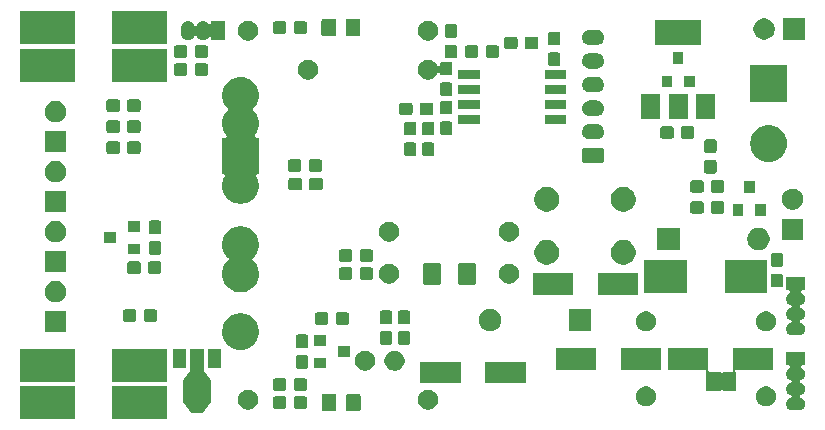
<source format=gbr>
G04 #@! TF.GenerationSoftware,KiCad,Pcbnew,5.1.5+dfsg1-2build2*
G04 #@! TF.CreationDate,2022-06-14T14:03:14+02:00*
G04 #@! TF.ProjectId,model1,6d6f6465-6c31-42e6-9b69-6361645f7063,rev?*
G04 #@! TF.SameCoordinates,Original*
G04 #@! TF.FileFunction,Soldermask,Top*
G04 #@! TF.FilePolarity,Negative*
%FSLAX46Y46*%
G04 Gerber Fmt 4.6, Leading zero omitted, Abs format (unit mm)*
G04 Created by KiCad (PCBNEW 5.1.5+dfsg1-2build2) date 2022-06-14 14:03:14*
%MOMM*%
%LPD*%
G04 APERTURE LIST*
%ADD10C,0.100000*%
G04 APERTURE END LIST*
D10*
G36*
X48746000Y-81411000D02*
G01*
X44144000Y-81411000D01*
X44144000Y-78609000D01*
X48746000Y-78609000D01*
X48746000Y-81411000D01*
G37*
G36*
X40946000Y-81411000D02*
G01*
X36344000Y-81411000D01*
X36344000Y-78609000D01*
X40946000Y-78609000D01*
X40946000Y-81411000D01*
G37*
G36*
X51859000Y-77235178D02*
G01*
X51861402Y-77259564D01*
X51868515Y-77283013D01*
X51881596Y-77306860D01*
X52390022Y-78033183D01*
X52405974Y-78051784D01*
X52425248Y-78066915D01*
X52447104Y-78077995D01*
X52459000Y-78081324D01*
X52459000Y-78092322D01*
X52461402Y-78116708D01*
X52468515Y-78140157D01*
X52481596Y-78164004D01*
X52504231Y-78196339D01*
X52505953Y-78198800D01*
X52519026Y-78217475D01*
X52514553Y-78219866D01*
X52495611Y-78235411D01*
X52480066Y-78254353D01*
X52468515Y-78275964D01*
X52461402Y-78299413D01*
X52459000Y-78323799D01*
X52459000Y-79790001D01*
X52461402Y-79814387D01*
X52468515Y-79837836D01*
X52480066Y-79859447D01*
X52495611Y-79878389D01*
X52514553Y-79893934D01*
X52519450Y-79896551D01*
X52481879Y-79949776D01*
X52469778Y-79971084D01*
X52462067Y-79994343D01*
X52459000Y-80021861D01*
X52459000Y-80033235D01*
X52443243Y-80038015D01*
X52421632Y-80049566D01*
X52402690Y-80065111D01*
X52388958Y-80081414D01*
X51834426Y-80867000D01*
X50781574Y-80867000D01*
X50227042Y-80081414D01*
X50211017Y-80062877D01*
X50191683Y-80047822D01*
X50169784Y-80036828D01*
X50157000Y-80033305D01*
X50157000Y-80021861D01*
X50154598Y-79997475D01*
X50147485Y-79974026D01*
X50134121Y-79949776D01*
X50096550Y-79896551D01*
X50101447Y-79893934D01*
X50120389Y-79878389D01*
X50135934Y-79859447D01*
X50147485Y-79837836D01*
X50154598Y-79814387D01*
X50157000Y-79790001D01*
X50157000Y-78323799D01*
X50154598Y-78299413D01*
X50147485Y-78275964D01*
X50135934Y-78254353D01*
X50120389Y-78235411D01*
X50101447Y-78219866D01*
X50096974Y-78217475D01*
X50134404Y-78164004D01*
X50146421Y-78142649D01*
X50154041Y-78119360D01*
X50157000Y-78092322D01*
X50157000Y-78081356D01*
X50171410Y-78076985D01*
X50193021Y-78065434D01*
X50211963Y-78049889D01*
X50225978Y-78033183D01*
X50734404Y-77306860D01*
X50746421Y-77285505D01*
X50754041Y-77262216D01*
X50757000Y-77235178D01*
X50757000Y-75439500D01*
X51859000Y-75439500D01*
X51859000Y-77235178D01*
G37*
G36*
X64997674Y-79263465D02*
G01*
X65035367Y-79274899D01*
X65070103Y-79293466D01*
X65100548Y-79318452D01*
X65125534Y-79348897D01*
X65144101Y-79383633D01*
X65155535Y-79421326D01*
X65160000Y-79466661D01*
X65160000Y-80553339D01*
X65155535Y-80598674D01*
X65144101Y-80636367D01*
X65125534Y-80671103D01*
X65100548Y-80701548D01*
X65070103Y-80726534D01*
X65035367Y-80745101D01*
X64997674Y-80756535D01*
X64952339Y-80761000D01*
X64115661Y-80761000D01*
X64070326Y-80756535D01*
X64032633Y-80745101D01*
X63997897Y-80726534D01*
X63967452Y-80701548D01*
X63942466Y-80671103D01*
X63923899Y-80636367D01*
X63912465Y-80598674D01*
X63908000Y-80553339D01*
X63908000Y-79466661D01*
X63912465Y-79421326D01*
X63923899Y-79383633D01*
X63942466Y-79348897D01*
X63967452Y-79318452D01*
X63997897Y-79293466D01*
X64032633Y-79274899D01*
X64070326Y-79263465D01*
X64115661Y-79259000D01*
X64952339Y-79259000D01*
X64997674Y-79263465D01*
G37*
G36*
X62947674Y-79263465D02*
G01*
X62985367Y-79274899D01*
X63020103Y-79293466D01*
X63050548Y-79318452D01*
X63075534Y-79348897D01*
X63094101Y-79383633D01*
X63105535Y-79421326D01*
X63110000Y-79466661D01*
X63110000Y-80553339D01*
X63105535Y-80598674D01*
X63094101Y-80636367D01*
X63075534Y-80671103D01*
X63050548Y-80701548D01*
X63020103Y-80726534D01*
X62985367Y-80745101D01*
X62947674Y-80756535D01*
X62902339Y-80761000D01*
X62065661Y-80761000D01*
X62020326Y-80756535D01*
X61982633Y-80745101D01*
X61947897Y-80726534D01*
X61917452Y-80701548D01*
X61892466Y-80671103D01*
X61873899Y-80636367D01*
X61862465Y-80598674D01*
X61858000Y-80553339D01*
X61858000Y-79466661D01*
X61862465Y-79421326D01*
X61873899Y-79383633D01*
X61892466Y-79348897D01*
X61917452Y-79318452D01*
X61947897Y-79293466D01*
X61982633Y-79274899D01*
X62020326Y-79263465D01*
X62065661Y-79259000D01*
X62902339Y-79259000D01*
X62947674Y-79263465D01*
G37*
G36*
X102812000Y-76862000D02*
G01*
X102583735Y-76862000D01*
X102559349Y-76864402D01*
X102535900Y-76871515D01*
X102514289Y-76883066D01*
X102495347Y-76898611D01*
X102479802Y-76917553D01*
X102468251Y-76939164D01*
X102461138Y-76962613D01*
X102458736Y-76986999D01*
X102461138Y-77011385D01*
X102468251Y-77034834D01*
X102479802Y-77056445D01*
X102495347Y-77075387D01*
X102514289Y-77090932D01*
X102524802Y-77097233D01*
X102568600Y-77120644D01*
X102568602Y-77120645D01*
X102568601Y-77120645D01*
X102652501Y-77189499D01*
X102721357Y-77273400D01*
X102755343Y-77336984D01*
X102772521Y-77369121D01*
X102804027Y-77472985D01*
X102814666Y-77581000D01*
X102804027Y-77689015D01*
X102772521Y-77792879D01*
X102772519Y-77792882D01*
X102721357Y-77888600D01*
X102652501Y-77972501D01*
X102568600Y-78041357D01*
X102502131Y-78076885D01*
X102472879Y-78092521D01*
X102460131Y-78096388D01*
X102437504Y-78105760D01*
X102417130Y-78119374D01*
X102399803Y-78136701D01*
X102386189Y-78157075D01*
X102376812Y-78179714D01*
X102372031Y-78203747D01*
X102372031Y-78228251D01*
X102376811Y-78252285D01*
X102386188Y-78274924D01*
X102399802Y-78295298D01*
X102417129Y-78312625D01*
X102437503Y-78326239D01*
X102460131Y-78335612D01*
X102472879Y-78339479D01*
X102500055Y-78354005D01*
X102568600Y-78390643D01*
X102652501Y-78459499D01*
X102721357Y-78543400D01*
X102756421Y-78609000D01*
X102772521Y-78639121D01*
X102804027Y-78742985D01*
X102814666Y-78851000D01*
X102804027Y-78959015D01*
X102772521Y-79062879D01*
X102772519Y-79062882D01*
X102721357Y-79158600D01*
X102652501Y-79242501D01*
X102568600Y-79311357D01*
X102500055Y-79347995D01*
X102472879Y-79362521D01*
X102460131Y-79366388D01*
X102437504Y-79375760D01*
X102417130Y-79389374D01*
X102399803Y-79406701D01*
X102386189Y-79427075D01*
X102376812Y-79449714D01*
X102372031Y-79473747D01*
X102372031Y-79498251D01*
X102376811Y-79522285D01*
X102386188Y-79544924D01*
X102399802Y-79565298D01*
X102417129Y-79582625D01*
X102437503Y-79596239D01*
X102460131Y-79605612D01*
X102472879Y-79609479D01*
X102500055Y-79624005D01*
X102568600Y-79660643D01*
X102652501Y-79729499D01*
X102721357Y-79813400D01*
X102745969Y-79859447D01*
X102772521Y-79909121D01*
X102804027Y-80012985D01*
X102814666Y-80121000D01*
X102804027Y-80229015D01*
X102772521Y-80332879D01*
X102772519Y-80332882D01*
X102721357Y-80428600D01*
X102652501Y-80512501D01*
X102568600Y-80581357D01*
X102500055Y-80617995D01*
X102472879Y-80632521D01*
X102369015Y-80664027D01*
X102288067Y-80672000D01*
X101733933Y-80672000D01*
X101652985Y-80664027D01*
X101549121Y-80632521D01*
X101521945Y-80617995D01*
X101453400Y-80581357D01*
X101369499Y-80512501D01*
X101300643Y-80428600D01*
X101249481Y-80332882D01*
X101249479Y-80332879D01*
X101217973Y-80229015D01*
X101207334Y-80121000D01*
X101217973Y-80012985D01*
X101249479Y-79909121D01*
X101276031Y-79859447D01*
X101300643Y-79813400D01*
X101369499Y-79729499D01*
X101453400Y-79660643D01*
X101521945Y-79624005D01*
X101549121Y-79609479D01*
X101561869Y-79605612D01*
X101584496Y-79596240D01*
X101604870Y-79582626D01*
X101622197Y-79565299D01*
X101635811Y-79544925D01*
X101645188Y-79522286D01*
X101649969Y-79498253D01*
X101649969Y-79473749D01*
X101645189Y-79449715D01*
X101635812Y-79427076D01*
X101622198Y-79406702D01*
X101604871Y-79389375D01*
X101584497Y-79375761D01*
X101561869Y-79366388D01*
X101549121Y-79362521D01*
X101521945Y-79347995D01*
X101453400Y-79311357D01*
X101369499Y-79242501D01*
X101300643Y-79158600D01*
X101249481Y-79062882D01*
X101249479Y-79062879D01*
X101217973Y-78959015D01*
X101207334Y-78851000D01*
X101217973Y-78742985D01*
X101249479Y-78639121D01*
X101265579Y-78609000D01*
X101300643Y-78543400D01*
X101369499Y-78459499D01*
X101453400Y-78390643D01*
X101521945Y-78354005D01*
X101549121Y-78339479D01*
X101561869Y-78335612D01*
X101584496Y-78326240D01*
X101604870Y-78312626D01*
X101622197Y-78295299D01*
X101635811Y-78274925D01*
X101645188Y-78252286D01*
X101649969Y-78228253D01*
X101649969Y-78203749D01*
X101645189Y-78179715D01*
X101635812Y-78157076D01*
X101622198Y-78136702D01*
X101604871Y-78119375D01*
X101584497Y-78105761D01*
X101561869Y-78096388D01*
X101549121Y-78092521D01*
X101519869Y-78076885D01*
X101453400Y-78041357D01*
X101369499Y-77972501D01*
X101300643Y-77888600D01*
X101249481Y-77792882D01*
X101249479Y-77792879D01*
X101217973Y-77689015D01*
X101207334Y-77581000D01*
X101217973Y-77472985D01*
X101249479Y-77369121D01*
X101266657Y-77336984D01*
X101300643Y-77273400D01*
X101369499Y-77189499D01*
X101453399Y-77120645D01*
X101453398Y-77120645D01*
X101453400Y-77120644D01*
X101497193Y-77097236D01*
X101517563Y-77083625D01*
X101534890Y-77066298D01*
X101548504Y-77045924D01*
X101557881Y-77023285D01*
X101562662Y-76999252D01*
X101562662Y-76974748D01*
X101557882Y-76950714D01*
X101548505Y-76928076D01*
X101534891Y-76907701D01*
X101517564Y-76890374D01*
X101497190Y-76876760D01*
X101474551Y-76867383D01*
X101450518Y-76862602D01*
X101438265Y-76862000D01*
X101210000Y-76862000D01*
X101210000Y-75760000D01*
X102812000Y-75760000D01*
X102812000Y-76862000D01*
G37*
G36*
X55874228Y-78937703D02*
G01*
X56029100Y-79001853D01*
X56168481Y-79094985D01*
X56287015Y-79213519D01*
X56380147Y-79352900D01*
X56444297Y-79507772D01*
X56477000Y-79672184D01*
X56477000Y-79839816D01*
X56444297Y-80004228D01*
X56380147Y-80159100D01*
X56287015Y-80298481D01*
X56168481Y-80417015D01*
X56029100Y-80510147D01*
X55874228Y-80574297D01*
X55709816Y-80607000D01*
X55542184Y-80607000D01*
X55377772Y-80574297D01*
X55222900Y-80510147D01*
X55083519Y-80417015D01*
X54964985Y-80298481D01*
X54871853Y-80159100D01*
X54807703Y-80004228D01*
X54775000Y-79839816D01*
X54775000Y-79672184D01*
X54807703Y-79507772D01*
X54871853Y-79352900D01*
X54964985Y-79213519D01*
X55083519Y-79094985D01*
X55222900Y-79001853D01*
X55377772Y-78937703D01*
X55542184Y-78905000D01*
X55709816Y-78905000D01*
X55874228Y-78937703D01*
G37*
G36*
X71114228Y-78937703D02*
G01*
X71269100Y-79001853D01*
X71408481Y-79094985D01*
X71527015Y-79213519D01*
X71620147Y-79352900D01*
X71684297Y-79507772D01*
X71717000Y-79672184D01*
X71717000Y-79839816D01*
X71684297Y-80004228D01*
X71620147Y-80159100D01*
X71527015Y-80298481D01*
X71408481Y-80417015D01*
X71269100Y-80510147D01*
X71114228Y-80574297D01*
X70949816Y-80607000D01*
X70782184Y-80607000D01*
X70617772Y-80574297D01*
X70462900Y-80510147D01*
X70323519Y-80417015D01*
X70204985Y-80298481D01*
X70111853Y-80159100D01*
X70047703Y-80004228D01*
X70015000Y-79839816D01*
X70015000Y-79672184D01*
X70047703Y-79507772D01*
X70111853Y-79352900D01*
X70204985Y-79213519D01*
X70323519Y-79094985D01*
X70462900Y-79001853D01*
X70617772Y-78937703D01*
X70782184Y-78905000D01*
X70949816Y-78905000D01*
X71114228Y-78937703D01*
G37*
G36*
X60471499Y-79488445D02*
G01*
X60508995Y-79499820D01*
X60543554Y-79518292D01*
X60573847Y-79543153D01*
X60598708Y-79573446D01*
X60617180Y-79608005D01*
X60628555Y-79645501D01*
X60633000Y-79690638D01*
X60633000Y-80329362D01*
X60628555Y-80374499D01*
X60617180Y-80411995D01*
X60598708Y-80446554D01*
X60573847Y-80476847D01*
X60543554Y-80501708D01*
X60508995Y-80520180D01*
X60471499Y-80531555D01*
X60426362Y-80536000D01*
X59687638Y-80536000D01*
X59642501Y-80531555D01*
X59605005Y-80520180D01*
X59570446Y-80501708D01*
X59540153Y-80476847D01*
X59515292Y-80446554D01*
X59496820Y-80411995D01*
X59485445Y-80374499D01*
X59481000Y-80329362D01*
X59481000Y-79690638D01*
X59485445Y-79645501D01*
X59496820Y-79608005D01*
X59515292Y-79573446D01*
X59540153Y-79543153D01*
X59570446Y-79518292D01*
X59605005Y-79499820D01*
X59642501Y-79488445D01*
X59687638Y-79484000D01*
X60426362Y-79484000D01*
X60471499Y-79488445D01*
G37*
G36*
X58721499Y-79488445D02*
G01*
X58758995Y-79499820D01*
X58793554Y-79518292D01*
X58823847Y-79543153D01*
X58848708Y-79573446D01*
X58867180Y-79608005D01*
X58878555Y-79645501D01*
X58883000Y-79690638D01*
X58883000Y-80329362D01*
X58878555Y-80374499D01*
X58867180Y-80411995D01*
X58848708Y-80446554D01*
X58823847Y-80476847D01*
X58793554Y-80501708D01*
X58758995Y-80520180D01*
X58721499Y-80531555D01*
X58676362Y-80536000D01*
X57937638Y-80536000D01*
X57892501Y-80531555D01*
X57855005Y-80520180D01*
X57820446Y-80501708D01*
X57790153Y-80476847D01*
X57765292Y-80446554D01*
X57746820Y-80411995D01*
X57735445Y-80374499D01*
X57731000Y-80329362D01*
X57731000Y-79690638D01*
X57735445Y-79645501D01*
X57746820Y-79608005D01*
X57765292Y-79573446D01*
X57790153Y-79543153D01*
X57820446Y-79518292D01*
X57855005Y-79499820D01*
X57892501Y-79488445D01*
X57937638Y-79484000D01*
X58676362Y-79484000D01*
X58721499Y-79488445D01*
G37*
G36*
X89559228Y-78667703D02*
G01*
X89714100Y-78731853D01*
X89853481Y-78824985D01*
X89972015Y-78943519D01*
X90065147Y-79082900D01*
X90129297Y-79237772D01*
X90162000Y-79402184D01*
X90162000Y-79569816D01*
X90129297Y-79734228D01*
X90065147Y-79889100D01*
X89972015Y-80028481D01*
X89853481Y-80147015D01*
X89714100Y-80240147D01*
X89559228Y-80304297D01*
X89394816Y-80337000D01*
X89227184Y-80337000D01*
X89062772Y-80304297D01*
X88907900Y-80240147D01*
X88768519Y-80147015D01*
X88649985Y-80028481D01*
X88556853Y-79889100D01*
X88492703Y-79734228D01*
X88460000Y-79569816D01*
X88460000Y-79402184D01*
X88492703Y-79237772D01*
X88556853Y-79082900D01*
X88649985Y-78943519D01*
X88768519Y-78824985D01*
X88907900Y-78731853D01*
X89062772Y-78667703D01*
X89227184Y-78635000D01*
X89394816Y-78635000D01*
X89559228Y-78667703D01*
G37*
G36*
X99719228Y-78667703D02*
G01*
X99874100Y-78731853D01*
X100013481Y-78824985D01*
X100132015Y-78943519D01*
X100225147Y-79082900D01*
X100289297Y-79237772D01*
X100322000Y-79402184D01*
X100322000Y-79569816D01*
X100289297Y-79734228D01*
X100225147Y-79889100D01*
X100132015Y-80028481D01*
X100013481Y-80147015D01*
X99874100Y-80240147D01*
X99719228Y-80304297D01*
X99554816Y-80337000D01*
X99387184Y-80337000D01*
X99222772Y-80304297D01*
X99067900Y-80240147D01*
X98928519Y-80147015D01*
X98809985Y-80028481D01*
X98716853Y-79889100D01*
X98652703Y-79734228D01*
X98620000Y-79569816D01*
X98620000Y-79402184D01*
X98652703Y-79237772D01*
X98716853Y-79082900D01*
X98809985Y-78943519D01*
X98928519Y-78824985D01*
X99067900Y-78731853D01*
X99222772Y-78667703D01*
X99387184Y-78635000D01*
X99554816Y-78635000D01*
X99719228Y-78667703D01*
G37*
G36*
X94612000Y-77289149D02*
G01*
X94614402Y-77313535D01*
X94621515Y-77336984D01*
X94633066Y-77358595D01*
X94648611Y-77377537D01*
X94667553Y-77393082D01*
X94689164Y-77404633D01*
X94712613Y-77411746D01*
X94736999Y-77414148D01*
X95579860Y-77414148D01*
X95595999Y-77415737D01*
X95605608Y-77418652D01*
X95614472Y-77423390D01*
X95622237Y-77429763D01*
X95632884Y-77442737D01*
X95639053Y-77451968D01*
X95656381Y-77469294D01*
X95676756Y-77482907D01*
X95699395Y-77492283D01*
X95723428Y-77497063D01*
X95747932Y-77497062D01*
X95771965Y-77492280D01*
X95794604Y-77482902D01*
X95814978Y-77469287D01*
X95832304Y-77451959D01*
X95839175Y-77442683D01*
X95849726Y-77429800D01*
X95851686Y-77428188D01*
X95857484Y-77423419D01*
X95866339Y-77418674D01*
X95869377Y-77417749D01*
X95875915Y-77415758D01*
X95875918Y-77415758D01*
X95875950Y-77415748D01*
X95886000Y-77414753D01*
X95886065Y-77414753D01*
X95892175Y-77414148D01*
X96585001Y-77414148D01*
X96609387Y-77411746D01*
X96632836Y-77404633D01*
X96654447Y-77393082D01*
X96673389Y-77377537D01*
X96688934Y-77358595D01*
X96700485Y-77336984D01*
X96707598Y-77313535D01*
X96710000Y-77289149D01*
X96710000Y-75410000D01*
X100112000Y-75410000D01*
X100112000Y-77212000D01*
X97006242Y-77212000D01*
X96981856Y-77214402D01*
X96958407Y-77221515D01*
X96936796Y-77233066D01*
X96917854Y-77248611D01*
X96902309Y-77267553D01*
X96890758Y-77289164D01*
X96883645Y-77312613D01*
X96881243Y-77336999D01*
X96883645Y-77361385D01*
X96890758Y-77384834D01*
X96902309Y-77406445D01*
X96917854Y-77425387D01*
X96920945Y-77428188D01*
X96928610Y-77437528D01*
X96933348Y-77446392D01*
X96936263Y-77456001D01*
X96937852Y-77472140D01*
X96937852Y-78959860D01*
X96936263Y-78975999D01*
X96933348Y-78985608D01*
X96928610Y-78994472D01*
X96922237Y-79002237D01*
X96914472Y-79008610D01*
X96905608Y-79013348D01*
X96895999Y-79016263D01*
X96879860Y-79017852D01*
X95892140Y-79017852D01*
X95876001Y-79016263D01*
X95866392Y-79013348D01*
X95857528Y-79008610D01*
X95849788Y-79002258D01*
X95849787Y-79002257D01*
X95849763Y-79002237D01*
X95843360Y-78994427D01*
X95843323Y-78994372D01*
X95835520Y-78984853D01*
X95835489Y-78984878D01*
X95824147Y-78971028D01*
X95805221Y-78955463D01*
X95783623Y-78943889D01*
X95760181Y-78936751D01*
X95735798Y-78934324D01*
X95711409Y-78936700D01*
X95687953Y-78943789D01*
X95666330Y-78955318D01*
X95647372Y-78970843D01*
X95631807Y-78989769D01*
X95629971Y-78992825D01*
X95628582Y-78994514D01*
X95628581Y-78994516D01*
X95627212Y-78996180D01*
X95622200Y-79002274D01*
X95614425Y-79008642D01*
X95608517Y-79011791D01*
X95605562Y-79013367D01*
X95595981Y-79016262D01*
X95595915Y-79016282D01*
X95579887Y-79017852D01*
X94442140Y-79017852D01*
X94426001Y-79016263D01*
X94416392Y-79013348D01*
X94407528Y-79008610D01*
X94399763Y-79002237D01*
X94393390Y-78994472D01*
X94388652Y-78985608D01*
X94385737Y-78975999D01*
X94384148Y-78959860D01*
X94384148Y-77472140D01*
X94385737Y-77456001D01*
X94388652Y-77446392D01*
X94393390Y-77437528D01*
X94403627Y-77425054D01*
X94412381Y-77416301D01*
X94425995Y-77395927D01*
X94435373Y-77373289D01*
X94440155Y-77349255D01*
X94440156Y-77324751D01*
X94435376Y-77300718D01*
X94425999Y-77278079D01*
X94412386Y-77257704D01*
X94395060Y-77240376D01*
X94374686Y-77226762D01*
X94352048Y-77217384D01*
X94328014Y-77212602D01*
X94315758Y-77212000D01*
X91210000Y-77212000D01*
X91210000Y-75410000D01*
X94612000Y-75410000D01*
X94612000Y-77289149D01*
G37*
G36*
X60471499Y-77964445D02*
G01*
X60508995Y-77975820D01*
X60543554Y-77994292D01*
X60573847Y-78019153D01*
X60598708Y-78049446D01*
X60617180Y-78084005D01*
X60628555Y-78121501D01*
X60633000Y-78166638D01*
X60633000Y-78805362D01*
X60628555Y-78850499D01*
X60617180Y-78887995D01*
X60598708Y-78922554D01*
X60573847Y-78952847D01*
X60543554Y-78977708D01*
X60508995Y-78996180D01*
X60471499Y-79007555D01*
X60426362Y-79012000D01*
X59687638Y-79012000D01*
X59642501Y-79007555D01*
X59605005Y-78996180D01*
X59570446Y-78977708D01*
X59540153Y-78952847D01*
X59515292Y-78922554D01*
X59496820Y-78887995D01*
X59485445Y-78850499D01*
X59481000Y-78805362D01*
X59481000Y-78166638D01*
X59485445Y-78121501D01*
X59496820Y-78084005D01*
X59515292Y-78049446D01*
X59540153Y-78019153D01*
X59570446Y-77994292D01*
X59605005Y-77975820D01*
X59642501Y-77964445D01*
X59687638Y-77960000D01*
X60426362Y-77960000D01*
X60471499Y-77964445D01*
G37*
G36*
X58721499Y-77964445D02*
G01*
X58758995Y-77975820D01*
X58793554Y-77994292D01*
X58823847Y-78019153D01*
X58848708Y-78049446D01*
X58867180Y-78084005D01*
X58878555Y-78121501D01*
X58883000Y-78166638D01*
X58883000Y-78805362D01*
X58878555Y-78850499D01*
X58867180Y-78887995D01*
X58848708Y-78922554D01*
X58823847Y-78952847D01*
X58793554Y-78977708D01*
X58758995Y-78996180D01*
X58721499Y-79007555D01*
X58676362Y-79012000D01*
X57937638Y-79012000D01*
X57892501Y-79007555D01*
X57855005Y-78996180D01*
X57820446Y-78977708D01*
X57790153Y-78952847D01*
X57765292Y-78922554D01*
X57746820Y-78887995D01*
X57735445Y-78850499D01*
X57731000Y-78805362D01*
X57731000Y-78166638D01*
X57735445Y-78121501D01*
X57746820Y-78084005D01*
X57765292Y-78049446D01*
X57790153Y-78019153D01*
X57820446Y-77994292D01*
X57855005Y-77975820D01*
X57892501Y-77964445D01*
X57937638Y-77960000D01*
X58676362Y-77960000D01*
X58721499Y-77964445D01*
G37*
G36*
X73627000Y-78371000D02*
G01*
X70225000Y-78371000D01*
X70225000Y-76569000D01*
X73627000Y-76569000D01*
X73627000Y-78371000D01*
G37*
G36*
X79127000Y-78371000D02*
G01*
X75725000Y-78371000D01*
X75725000Y-76569000D01*
X79127000Y-76569000D01*
X79127000Y-78371000D01*
G37*
G36*
X40946000Y-78236000D02*
G01*
X36344000Y-78236000D01*
X36344000Y-75434000D01*
X40946000Y-75434000D01*
X40946000Y-78236000D01*
G37*
G36*
X48746000Y-78236000D02*
G01*
X44144000Y-78236000D01*
X44144000Y-75434000D01*
X48746000Y-75434000D01*
X48746000Y-78236000D01*
G37*
G36*
X68280228Y-75635703D02*
G01*
X68435100Y-75699853D01*
X68574481Y-75792985D01*
X68693015Y-75911519D01*
X68786147Y-76050900D01*
X68850297Y-76205772D01*
X68883000Y-76370184D01*
X68883000Y-76537816D01*
X68850297Y-76702228D01*
X68786147Y-76857100D01*
X68693015Y-76996481D01*
X68574481Y-77115015D01*
X68435100Y-77208147D01*
X68280228Y-77272297D01*
X68115816Y-77305000D01*
X67948184Y-77305000D01*
X67783772Y-77272297D01*
X67628900Y-77208147D01*
X67489519Y-77115015D01*
X67370985Y-76996481D01*
X67277853Y-76857100D01*
X67213703Y-76702228D01*
X67181000Y-76537816D01*
X67181000Y-76370184D01*
X67213703Y-76205772D01*
X67277853Y-76050900D01*
X67370985Y-75911519D01*
X67489519Y-75792985D01*
X67628900Y-75699853D01*
X67783772Y-75635703D01*
X67948184Y-75603000D01*
X68115816Y-75603000D01*
X68280228Y-75635703D01*
G37*
G36*
X65780228Y-75635703D02*
G01*
X65935100Y-75699853D01*
X66074481Y-75792985D01*
X66193015Y-75911519D01*
X66286147Y-76050900D01*
X66350297Y-76205772D01*
X66383000Y-76370184D01*
X66383000Y-76537816D01*
X66350297Y-76702228D01*
X66286147Y-76857100D01*
X66193015Y-76996481D01*
X66074481Y-77115015D01*
X65935100Y-77208147D01*
X65780228Y-77272297D01*
X65615816Y-77305000D01*
X65448184Y-77305000D01*
X65283772Y-77272297D01*
X65128900Y-77208147D01*
X64989519Y-77115015D01*
X64870985Y-76996481D01*
X64777853Y-76857100D01*
X64713703Y-76702228D01*
X64681000Y-76537816D01*
X64681000Y-76370184D01*
X64713703Y-76205772D01*
X64777853Y-76050900D01*
X64870985Y-75911519D01*
X64989519Y-75792985D01*
X65128900Y-75699853D01*
X65283772Y-75635703D01*
X65448184Y-75603000D01*
X65615816Y-75603000D01*
X65780228Y-75635703D01*
G37*
G36*
X85087000Y-77212000D02*
G01*
X81685000Y-77212000D01*
X81685000Y-75410000D01*
X85087000Y-75410000D01*
X85087000Y-77212000D01*
G37*
G36*
X90587000Y-77212000D02*
G01*
X87185000Y-77212000D01*
X87185000Y-75410000D01*
X90587000Y-75410000D01*
X90587000Y-77212000D01*
G37*
G36*
X60562499Y-75995445D02*
G01*
X60599995Y-76006820D01*
X60634554Y-76025292D01*
X60664847Y-76050153D01*
X60689708Y-76080446D01*
X60708180Y-76115005D01*
X60719555Y-76152501D01*
X60724000Y-76197638D01*
X60724000Y-76936362D01*
X60719555Y-76981499D01*
X60708180Y-77018995D01*
X60689708Y-77053554D01*
X60664847Y-77083847D01*
X60634554Y-77108708D01*
X60599995Y-77127180D01*
X60562499Y-77138555D01*
X60517362Y-77143000D01*
X59878638Y-77143000D01*
X59833501Y-77138555D01*
X59796005Y-77127180D01*
X59761446Y-77108708D01*
X59731153Y-77083847D01*
X59706292Y-77053554D01*
X59687820Y-77018995D01*
X59676445Y-76981499D01*
X59672000Y-76936362D01*
X59672000Y-76197638D01*
X59676445Y-76152501D01*
X59687820Y-76115005D01*
X59706292Y-76080446D01*
X59731153Y-76050153D01*
X59761446Y-76025292D01*
X59796005Y-76006820D01*
X59833501Y-75995445D01*
X59878638Y-75991000D01*
X60517362Y-75991000D01*
X60562499Y-75995445D01*
G37*
G36*
X62239000Y-77093000D02*
G01*
X61237000Y-77093000D01*
X61237000Y-76191000D01*
X62239000Y-76191000D01*
X62239000Y-77093000D01*
G37*
G36*
X50359000Y-77045000D02*
G01*
X49257000Y-77045000D01*
X49257000Y-75443000D01*
X50359000Y-75443000D01*
X50359000Y-77045000D01*
G37*
G36*
X53359000Y-77045000D02*
G01*
X52257000Y-77045000D01*
X52257000Y-75443000D01*
X53359000Y-75443000D01*
X53359000Y-77045000D01*
G37*
G36*
X64239000Y-76143000D02*
G01*
X63237000Y-76143000D01*
X63237000Y-75241000D01*
X64239000Y-75241000D01*
X64239000Y-76143000D01*
G37*
G36*
X55268389Y-72472000D02*
G01*
X55452410Y-72508604D01*
X55734674Y-72625521D01*
X55988705Y-72795259D01*
X56204741Y-73011295D01*
X56374479Y-73265326D01*
X56491396Y-73547590D01*
X56514349Y-73662985D01*
X56551000Y-73847239D01*
X56551000Y-74152761D01*
X56547433Y-74170691D01*
X56491396Y-74452410D01*
X56374479Y-74734674D01*
X56204741Y-74988705D01*
X55988705Y-75204741D01*
X55734674Y-75374479D01*
X55452410Y-75491396D01*
X55302585Y-75521198D01*
X55152761Y-75551000D01*
X54847239Y-75551000D01*
X54697415Y-75521198D01*
X54547590Y-75491396D01*
X54265326Y-75374479D01*
X54011295Y-75204741D01*
X53795259Y-74988705D01*
X53625521Y-74734674D01*
X53508604Y-74452410D01*
X53452567Y-74170691D01*
X53449000Y-74152761D01*
X53449000Y-73847239D01*
X53485651Y-73662985D01*
X53508604Y-73547590D01*
X53625521Y-73265326D01*
X53795259Y-73011295D01*
X54011295Y-72795259D01*
X54265326Y-72625521D01*
X54547590Y-72508604D01*
X54731611Y-72472000D01*
X54847239Y-72449000D01*
X55152761Y-72449000D01*
X55268389Y-72472000D01*
G37*
G36*
X60562499Y-74245445D02*
G01*
X60599995Y-74256820D01*
X60634554Y-74275292D01*
X60664847Y-74300153D01*
X60689708Y-74330446D01*
X60708180Y-74365005D01*
X60719555Y-74402501D01*
X60724000Y-74447638D01*
X60724000Y-75186362D01*
X60719555Y-75231499D01*
X60708180Y-75268995D01*
X60689708Y-75303554D01*
X60664847Y-75333847D01*
X60634554Y-75358708D01*
X60599995Y-75377180D01*
X60562499Y-75388555D01*
X60517362Y-75393000D01*
X59878638Y-75393000D01*
X59833501Y-75388555D01*
X59796005Y-75377180D01*
X59761446Y-75358708D01*
X59731153Y-75333847D01*
X59706292Y-75303554D01*
X59687820Y-75268995D01*
X59676445Y-75231499D01*
X59672000Y-75186362D01*
X59672000Y-74447638D01*
X59676445Y-74402501D01*
X59687820Y-74365005D01*
X59706292Y-74330446D01*
X59731153Y-74300153D01*
X59761446Y-74275292D01*
X59796005Y-74256820D01*
X59833501Y-74245445D01*
X59878638Y-74241000D01*
X60517362Y-74241000D01*
X60562499Y-74245445D01*
G37*
G36*
X62239000Y-75193000D02*
G01*
X61237000Y-75193000D01*
X61237000Y-74291000D01*
X62239000Y-74291000D01*
X62239000Y-75193000D01*
G37*
G36*
X67674499Y-73963445D02*
G01*
X67711995Y-73974820D01*
X67746554Y-73993292D01*
X67776847Y-74018153D01*
X67801708Y-74048446D01*
X67820180Y-74083005D01*
X67831555Y-74120501D01*
X67836000Y-74165638D01*
X67836000Y-74904362D01*
X67831555Y-74949499D01*
X67820180Y-74986995D01*
X67801708Y-75021554D01*
X67776847Y-75051847D01*
X67746554Y-75076708D01*
X67711995Y-75095180D01*
X67674499Y-75106555D01*
X67629362Y-75111000D01*
X66990638Y-75111000D01*
X66945501Y-75106555D01*
X66908005Y-75095180D01*
X66873446Y-75076708D01*
X66843153Y-75051847D01*
X66818292Y-75021554D01*
X66799820Y-74986995D01*
X66788445Y-74949499D01*
X66784000Y-74904362D01*
X66784000Y-74165638D01*
X66788445Y-74120501D01*
X66799820Y-74083005D01*
X66818292Y-74048446D01*
X66843153Y-74018153D01*
X66873446Y-73993292D01*
X66908005Y-73974820D01*
X66945501Y-73963445D01*
X66990638Y-73959000D01*
X67629362Y-73959000D01*
X67674499Y-73963445D01*
G37*
G36*
X69198499Y-73963445D02*
G01*
X69235995Y-73974820D01*
X69270554Y-73993292D01*
X69300847Y-74018153D01*
X69325708Y-74048446D01*
X69344180Y-74083005D01*
X69355555Y-74120501D01*
X69360000Y-74165638D01*
X69360000Y-74904362D01*
X69355555Y-74949499D01*
X69344180Y-74986995D01*
X69325708Y-75021554D01*
X69300847Y-75051847D01*
X69270554Y-75076708D01*
X69235995Y-75095180D01*
X69198499Y-75106555D01*
X69153362Y-75111000D01*
X68514638Y-75111000D01*
X68469501Y-75106555D01*
X68432005Y-75095180D01*
X68397446Y-75076708D01*
X68367153Y-75051847D01*
X68342292Y-75021554D01*
X68323820Y-74986995D01*
X68312445Y-74949499D01*
X68308000Y-74904362D01*
X68308000Y-74165638D01*
X68312445Y-74120501D01*
X68323820Y-74083005D01*
X68342292Y-74048446D01*
X68367153Y-74018153D01*
X68397446Y-73993292D01*
X68432005Y-73974820D01*
X68469501Y-73963445D01*
X68514638Y-73959000D01*
X69153362Y-73959000D01*
X69198499Y-73963445D01*
G37*
G36*
X102812000Y-70512000D02*
G01*
X102583735Y-70512000D01*
X102559349Y-70514402D01*
X102535900Y-70521515D01*
X102514289Y-70533066D01*
X102495347Y-70548611D01*
X102479802Y-70567553D01*
X102468251Y-70589164D01*
X102461138Y-70612613D01*
X102458736Y-70636999D01*
X102461138Y-70661385D01*
X102468251Y-70684834D01*
X102479802Y-70706445D01*
X102495347Y-70725387D01*
X102514289Y-70740932D01*
X102524802Y-70747233D01*
X102568600Y-70770644D01*
X102568602Y-70770645D01*
X102568601Y-70770645D01*
X102652501Y-70839499D01*
X102721357Y-70923400D01*
X102757995Y-70991945D01*
X102772521Y-71019121D01*
X102804027Y-71122985D01*
X102814666Y-71231000D01*
X102804027Y-71339015D01*
X102772521Y-71442879D01*
X102772519Y-71442882D01*
X102721357Y-71538600D01*
X102652501Y-71622501D01*
X102568600Y-71691357D01*
X102500055Y-71727995D01*
X102472879Y-71742521D01*
X102460131Y-71746388D01*
X102437504Y-71755760D01*
X102417130Y-71769374D01*
X102399803Y-71786701D01*
X102386189Y-71807075D01*
X102376812Y-71829714D01*
X102372031Y-71853747D01*
X102372031Y-71878251D01*
X102376811Y-71902285D01*
X102386188Y-71924924D01*
X102399802Y-71945298D01*
X102417129Y-71962625D01*
X102437503Y-71976239D01*
X102460131Y-71985612D01*
X102472879Y-71989479D01*
X102500055Y-72004005D01*
X102568600Y-72040643D01*
X102652501Y-72109499D01*
X102721357Y-72193400D01*
X102753386Y-72253323D01*
X102772521Y-72289121D01*
X102804027Y-72392985D01*
X102814666Y-72501000D01*
X102804027Y-72609015D01*
X102772521Y-72712879D01*
X102772519Y-72712882D01*
X102721357Y-72808600D01*
X102652501Y-72892501D01*
X102568600Y-72961357D01*
X102500055Y-72997995D01*
X102472879Y-73012521D01*
X102460131Y-73016388D01*
X102437504Y-73025760D01*
X102417130Y-73039374D01*
X102399803Y-73056701D01*
X102386189Y-73077075D01*
X102376812Y-73099714D01*
X102372031Y-73123747D01*
X102372031Y-73148251D01*
X102376811Y-73172285D01*
X102386188Y-73194924D01*
X102399802Y-73215298D01*
X102417129Y-73232625D01*
X102437503Y-73246239D01*
X102460131Y-73255612D01*
X102472879Y-73259479D01*
X102483821Y-73265328D01*
X102568600Y-73310643D01*
X102652501Y-73379499D01*
X102721357Y-73463400D01*
X102757995Y-73531945D01*
X102772521Y-73559121D01*
X102804027Y-73662985D01*
X102814666Y-73771000D01*
X102804027Y-73879015D01*
X102772521Y-73982879D01*
X102772519Y-73982882D01*
X102721357Y-74078600D01*
X102652501Y-74162501D01*
X102568600Y-74231357D01*
X102513104Y-74261020D01*
X102472879Y-74282521D01*
X102369015Y-74314027D01*
X102288067Y-74322000D01*
X101733933Y-74322000D01*
X101652985Y-74314027D01*
X101549121Y-74282521D01*
X101508896Y-74261020D01*
X101453400Y-74231357D01*
X101369499Y-74162501D01*
X101300643Y-74078600D01*
X101249481Y-73982882D01*
X101249479Y-73982879D01*
X101217973Y-73879015D01*
X101207334Y-73771000D01*
X101217973Y-73662985D01*
X101249479Y-73559121D01*
X101264005Y-73531945D01*
X101300643Y-73463400D01*
X101369499Y-73379499D01*
X101453400Y-73310643D01*
X101538179Y-73265328D01*
X101549121Y-73259479D01*
X101561869Y-73255612D01*
X101584496Y-73246240D01*
X101604870Y-73232626D01*
X101622197Y-73215299D01*
X101635811Y-73194925D01*
X101645188Y-73172286D01*
X101649969Y-73148253D01*
X101649969Y-73123749D01*
X101645189Y-73099715D01*
X101635812Y-73077076D01*
X101622198Y-73056702D01*
X101604871Y-73039375D01*
X101584497Y-73025761D01*
X101561869Y-73016388D01*
X101549121Y-73012521D01*
X101521945Y-72997995D01*
X101453400Y-72961357D01*
X101369499Y-72892501D01*
X101300643Y-72808600D01*
X101249481Y-72712882D01*
X101249479Y-72712879D01*
X101217973Y-72609015D01*
X101207334Y-72501000D01*
X101217973Y-72392985D01*
X101249479Y-72289121D01*
X101268614Y-72253323D01*
X101300643Y-72193400D01*
X101369499Y-72109499D01*
X101453400Y-72040643D01*
X101521945Y-72004005D01*
X101549121Y-71989479D01*
X101561869Y-71985612D01*
X101584496Y-71976240D01*
X101604870Y-71962626D01*
X101622197Y-71945299D01*
X101635811Y-71924925D01*
X101645188Y-71902286D01*
X101649969Y-71878253D01*
X101649969Y-71853749D01*
X101645189Y-71829715D01*
X101635812Y-71807076D01*
X101622198Y-71786702D01*
X101604871Y-71769375D01*
X101584497Y-71755761D01*
X101561869Y-71746388D01*
X101549121Y-71742521D01*
X101521945Y-71727995D01*
X101453400Y-71691357D01*
X101369499Y-71622501D01*
X101300643Y-71538600D01*
X101249481Y-71442882D01*
X101249479Y-71442879D01*
X101217973Y-71339015D01*
X101207334Y-71231000D01*
X101217973Y-71122985D01*
X101249479Y-71019121D01*
X101264005Y-70991945D01*
X101300643Y-70923400D01*
X101369499Y-70839499D01*
X101453399Y-70770645D01*
X101453398Y-70770645D01*
X101453400Y-70770644D01*
X101497193Y-70747236D01*
X101517563Y-70733625D01*
X101534890Y-70716298D01*
X101548504Y-70695924D01*
X101557881Y-70673285D01*
X101562662Y-70649252D01*
X101562662Y-70624748D01*
X101557882Y-70600714D01*
X101548505Y-70578076D01*
X101534891Y-70557701D01*
X101517564Y-70540374D01*
X101497190Y-70526760D01*
X101474551Y-70517383D01*
X101450518Y-70512602D01*
X101438265Y-70512000D01*
X101210000Y-70512000D01*
X101210000Y-69410000D01*
X102812000Y-69410000D01*
X102812000Y-70512000D01*
G37*
G36*
X40231000Y-74061000D02*
G01*
X38429000Y-74061000D01*
X38429000Y-72259000D01*
X40231000Y-72259000D01*
X40231000Y-74061000D01*
G37*
G36*
X99719228Y-72317703D02*
G01*
X99874100Y-72381853D01*
X100013481Y-72474985D01*
X100132015Y-72593519D01*
X100225147Y-72732900D01*
X100289297Y-72887772D01*
X100322000Y-73052184D01*
X100322000Y-73219816D01*
X100289297Y-73384228D01*
X100225147Y-73539100D01*
X100132015Y-73678481D01*
X100013481Y-73797015D01*
X99874100Y-73890147D01*
X99719228Y-73954297D01*
X99554816Y-73987000D01*
X99387184Y-73987000D01*
X99222772Y-73954297D01*
X99067900Y-73890147D01*
X98928519Y-73797015D01*
X98809985Y-73678481D01*
X98716853Y-73539100D01*
X98652703Y-73384228D01*
X98620000Y-73219816D01*
X98620000Y-73052184D01*
X98652703Y-72887772D01*
X98716853Y-72732900D01*
X98809985Y-72593519D01*
X98928519Y-72474985D01*
X99067900Y-72381853D01*
X99222772Y-72317703D01*
X99387184Y-72285000D01*
X99554816Y-72285000D01*
X99719228Y-72317703D01*
G37*
G36*
X89559228Y-72317703D02*
G01*
X89714100Y-72381853D01*
X89853481Y-72474985D01*
X89972015Y-72593519D01*
X90065147Y-72732900D01*
X90129297Y-72887772D01*
X90162000Y-73052184D01*
X90162000Y-73219816D01*
X90129297Y-73384228D01*
X90065147Y-73539100D01*
X89972015Y-73678481D01*
X89853481Y-73797015D01*
X89714100Y-73890147D01*
X89559228Y-73954297D01*
X89394816Y-73987000D01*
X89227184Y-73987000D01*
X89062772Y-73954297D01*
X88907900Y-73890147D01*
X88768519Y-73797015D01*
X88649985Y-73678481D01*
X88556853Y-73539100D01*
X88492703Y-73384228D01*
X88460000Y-73219816D01*
X88460000Y-73052184D01*
X88492703Y-72887772D01*
X88556853Y-72732900D01*
X88649985Y-72593519D01*
X88768519Y-72474985D01*
X88907900Y-72381853D01*
X89062772Y-72317703D01*
X89227184Y-72285000D01*
X89394816Y-72285000D01*
X89559228Y-72317703D01*
G37*
G36*
X76407395Y-72085546D02*
G01*
X76580466Y-72157234D01*
X76580467Y-72157235D01*
X76736227Y-72261310D01*
X76868690Y-72393773D01*
X76883757Y-72416323D01*
X76972766Y-72549534D01*
X77044454Y-72722605D01*
X77081000Y-72906333D01*
X77081000Y-73093667D01*
X77044454Y-73277395D01*
X76972766Y-73450466D01*
X76921081Y-73527818D01*
X76868690Y-73606227D01*
X76736227Y-73738690D01*
X76687871Y-73771000D01*
X76580466Y-73842766D01*
X76407395Y-73914454D01*
X76223667Y-73951000D01*
X76036333Y-73951000D01*
X75852605Y-73914454D01*
X75679534Y-73842766D01*
X75572129Y-73771000D01*
X75523773Y-73738690D01*
X75391310Y-73606227D01*
X75338919Y-73527818D01*
X75287234Y-73450466D01*
X75215546Y-73277395D01*
X75179000Y-73093667D01*
X75179000Y-72906333D01*
X75215546Y-72722605D01*
X75287234Y-72549534D01*
X75376243Y-72416323D01*
X75391310Y-72393773D01*
X75523773Y-72261310D01*
X75679533Y-72157235D01*
X75679534Y-72157234D01*
X75852605Y-72085546D01*
X76036333Y-72049000D01*
X76223667Y-72049000D01*
X76407395Y-72085546D01*
G37*
G36*
X84701000Y-73951000D02*
G01*
X82799000Y-73951000D01*
X82799000Y-72049000D01*
X84701000Y-72049000D01*
X84701000Y-73951000D01*
G37*
G36*
X62277499Y-72376445D02*
G01*
X62314995Y-72387820D01*
X62349554Y-72406292D01*
X62379847Y-72431153D01*
X62404708Y-72461446D01*
X62423180Y-72496005D01*
X62434555Y-72533501D01*
X62439000Y-72578638D01*
X62439000Y-73217362D01*
X62434555Y-73262499D01*
X62423180Y-73299995D01*
X62404708Y-73334554D01*
X62379847Y-73364847D01*
X62349554Y-73389708D01*
X62314995Y-73408180D01*
X62277499Y-73419555D01*
X62232362Y-73424000D01*
X61493638Y-73424000D01*
X61448501Y-73419555D01*
X61411005Y-73408180D01*
X61376446Y-73389708D01*
X61346153Y-73364847D01*
X61321292Y-73334554D01*
X61302820Y-73299995D01*
X61291445Y-73262499D01*
X61287000Y-73217362D01*
X61287000Y-72578638D01*
X61291445Y-72533501D01*
X61302820Y-72496005D01*
X61321292Y-72461446D01*
X61346153Y-72431153D01*
X61376446Y-72406292D01*
X61411005Y-72387820D01*
X61448501Y-72376445D01*
X61493638Y-72372000D01*
X62232362Y-72372000D01*
X62277499Y-72376445D01*
G37*
G36*
X64027499Y-72376445D02*
G01*
X64064995Y-72387820D01*
X64099554Y-72406292D01*
X64129847Y-72431153D01*
X64154708Y-72461446D01*
X64173180Y-72496005D01*
X64184555Y-72533501D01*
X64189000Y-72578638D01*
X64189000Y-73217362D01*
X64184555Y-73262499D01*
X64173180Y-73299995D01*
X64154708Y-73334554D01*
X64129847Y-73364847D01*
X64099554Y-73389708D01*
X64064995Y-73408180D01*
X64027499Y-73419555D01*
X63982362Y-73424000D01*
X63243638Y-73424000D01*
X63198501Y-73419555D01*
X63161005Y-73408180D01*
X63126446Y-73389708D01*
X63096153Y-73364847D01*
X63071292Y-73334554D01*
X63052820Y-73299995D01*
X63041445Y-73262499D01*
X63037000Y-73217362D01*
X63037000Y-72578638D01*
X63041445Y-72533501D01*
X63052820Y-72496005D01*
X63071292Y-72461446D01*
X63096153Y-72431153D01*
X63126446Y-72406292D01*
X63161005Y-72387820D01*
X63198501Y-72376445D01*
X63243638Y-72372000D01*
X63982362Y-72372000D01*
X64027499Y-72376445D01*
G37*
G36*
X69198499Y-72213445D02*
G01*
X69235995Y-72224820D01*
X69270554Y-72243292D01*
X69300847Y-72268153D01*
X69325708Y-72298446D01*
X69344180Y-72333005D01*
X69355555Y-72370501D01*
X69360000Y-72415638D01*
X69360000Y-73154362D01*
X69355555Y-73199499D01*
X69344180Y-73236995D01*
X69325708Y-73271554D01*
X69300847Y-73301847D01*
X69270554Y-73326708D01*
X69235995Y-73345180D01*
X69198499Y-73356555D01*
X69153362Y-73361000D01*
X68514638Y-73361000D01*
X68469501Y-73356555D01*
X68432005Y-73345180D01*
X68397446Y-73326708D01*
X68367153Y-73301847D01*
X68342292Y-73271554D01*
X68323820Y-73236995D01*
X68312445Y-73199499D01*
X68308000Y-73154362D01*
X68308000Y-72415638D01*
X68312445Y-72370501D01*
X68323820Y-72333005D01*
X68342292Y-72298446D01*
X68367153Y-72268153D01*
X68397446Y-72243292D01*
X68432005Y-72224820D01*
X68469501Y-72213445D01*
X68514638Y-72209000D01*
X69153362Y-72209000D01*
X69198499Y-72213445D01*
G37*
G36*
X67674499Y-72213445D02*
G01*
X67711995Y-72224820D01*
X67746554Y-72243292D01*
X67776847Y-72268153D01*
X67801708Y-72298446D01*
X67820180Y-72333005D01*
X67831555Y-72370501D01*
X67836000Y-72415638D01*
X67836000Y-73154362D01*
X67831555Y-73199499D01*
X67820180Y-73236995D01*
X67801708Y-73271554D01*
X67776847Y-73301847D01*
X67746554Y-73326708D01*
X67711995Y-73345180D01*
X67674499Y-73356555D01*
X67629362Y-73361000D01*
X66990638Y-73361000D01*
X66945501Y-73356555D01*
X66908005Y-73345180D01*
X66873446Y-73326708D01*
X66843153Y-73301847D01*
X66818292Y-73271554D01*
X66799820Y-73236995D01*
X66788445Y-73199499D01*
X66784000Y-73154362D01*
X66784000Y-72415638D01*
X66788445Y-72370501D01*
X66799820Y-72333005D01*
X66818292Y-72298446D01*
X66843153Y-72268153D01*
X66873446Y-72243292D01*
X66908005Y-72224820D01*
X66945501Y-72213445D01*
X66990638Y-72209000D01*
X67629362Y-72209000D01*
X67674499Y-72213445D01*
G37*
G36*
X47771499Y-72122445D02*
G01*
X47808995Y-72133820D01*
X47843554Y-72152292D01*
X47873847Y-72177153D01*
X47898708Y-72207446D01*
X47917180Y-72242005D01*
X47928555Y-72279501D01*
X47933000Y-72324638D01*
X47933000Y-72963362D01*
X47928555Y-73008499D01*
X47917180Y-73045995D01*
X47898708Y-73080554D01*
X47873847Y-73110847D01*
X47843554Y-73135708D01*
X47808995Y-73154180D01*
X47771499Y-73165555D01*
X47726362Y-73170000D01*
X46987638Y-73170000D01*
X46942501Y-73165555D01*
X46905005Y-73154180D01*
X46870446Y-73135708D01*
X46840153Y-73110847D01*
X46815292Y-73080554D01*
X46796820Y-73045995D01*
X46785445Y-73008499D01*
X46781000Y-72963362D01*
X46781000Y-72324638D01*
X46785445Y-72279501D01*
X46796820Y-72242005D01*
X46815292Y-72207446D01*
X46840153Y-72177153D01*
X46870446Y-72152292D01*
X46905005Y-72133820D01*
X46942501Y-72122445D01*
X46987638Y-72118000D01*
X47726362Y-72118000D01*
X47771499Y-72122445D01*
G37*
G36*
X46021499Y-72122445D02*
G01*
X46058995Y-72133820D01*
X46093554Y-72152292D01*
X46123847Y-72177153D01*
X46148708Y-72207446D01*
X46167180Y-72242005D01*
X46178555Y-72279501D01*
X46183000Y-72324638D01*
X46183000Y-72963362D01*
X46178555Y-73008499D01*
X46167180Y-73045995D01*
X46148708Y-73080554D01*
X46123847Y-73110847D01*
X46093554Y-73135708D01*
X46058995Y-73154180D01*
X46021499Y-73165555D01*
X45976362Y-73170000D01*
X45237638Y-73170000D01*
X45192501Y-73165555D01*
X45155005Y-73154180D01*
X45120446Y-73135708D01*
X45090153Y-73110847D01*
X45065292Y-73080554D01*
X45046820Y-73045995D01*
X45035445Y-73008499D01*
X45031000Y-72963362D01*
X45031000Y-72324638D01*
X45035445Y-72279501D01*
X45046820Y-72242005D01*
X45065292Y-72207446D01*
X45090153Y-72177153D01*
X45120446Y-72152292D01*
X45155005Y-72133820D01*
X45192501Y-72122445D01*
X45237638Y-72118000D01*
X45976362Y-72118000D01*
X46021499Y-72122445D01*
G37*
G36*
X39443512Y-69723927D02*
G01*
X39592812Y-69753624D01*
X39756784Y-69821544D01*
X39904354Y-69920147D01*
X40029853Y-70045646D01*
X40128456Y-70193216D01*
X40196376Y-70357188D01*
X40231000Y-70531259D01*
X40231000Y-70708741D01*
X40196376Y-70882812D01*
X40128456Y-71046784D01*
X40029853Y-71194354D01*
X39904354Y-71319853D01*
X39756784Y-71418456D01*
X39592812Y-71486376D01*
X39443512Y-71516073D01*
X39418742Y-71521000D01*
X39241258Y-71521000D01*
X39216488Y-71516073D01*
X39067188Y-71486376D01*
X38903216Y-71418456D01*
X38755646Y-71319853D01*
X38630147Y-71194354D01*
X38531544Y-71046784D01*
X38463624Y-70882812D01*
X38429000Y-70708741D01*
X38429000Y-70531259D01*
X38463624Y-70357188D01*
X38531544Y-70193216D01*
X38630147Y-70045646D01*
X38755646Y-69920147D01*
X38903216Y-69821544D01*
X39067188Y-69753624D01*
X39216488Y-69723927D01*
X39241258Y-69719000D01*
X39418742Y-69719000D01*
X39443512Y-69723927D01*
G37*
G36*
X88682000Y-70862000D02*
G01*
X85280000Y-70862000D01*
X85280000Y-69060000D01*
X88682000Y-69060000D01*
X88682000Y-70862000D01*
G37*
G36*
X83182000Y-70862000D02*
G01*
X79780000Y-70862000D01*
X79780000Y-69060000D01*
X83182000Y-69060000D01*
X83182000Y-70862000D01*
G37*
G36*
X92792000Y-70727000D02*
G01*
X89190000Y-70727000D01*
X89190000Y-67925000D01*
X92792000Y-67925000D01*
X92792000Y-70727000D01*
G37*
G36*
X99592000Y-70727000D02*
G01*
X95990000Y-70727000D01*
X95990000Y-67925000D01*
X99592000Y-67925000D01*
X99592000Y-70727000D01*
G37*
G36*
X55297585Y-65098802D02*
G01*
X55447410Y-65128604D01*
X55729674Y-65245521D01*
X55983705Y-65415259D01*
X56199741Y-65631295D01*
X56369479Y-65885326D01*
X56486396Y-66167590D01*
X56509430Y-66283389D01*
X56546000Y-66467239D01*
X56546000Y-66772761D01*
X56541344Y-66796167D01*
X56486396Y-67072410D01*
X56369479Y-67354674D01*
X56199741Y-67608705D01*
X56026823Y-67781623D01*
X56011287Y-67800554D01*
X55999736Y-67822165D01*
X55992623Y-67845614D01*
X55990221Y-67870000D01*
X55992623Y-67894386D01*
X55999736Y-67917835D01*
X56011287Y-67939446D01*
X56026823Y-67958377D01*
X56199741Y-68131295D01*
X56369479Y-68385326D01*
X56479709Y-68651446D01*
X56486396Y-68667591D01*
X56546000Y-68967239D01*
X56546000Y-69272761D01*
X56533375Y-69336229D01*
X56486396Y-69572410D01*
X56369479Y-69854674D01*
X56199741Y-70108705D01*
X55983705Y-70324741D01*
X55729674Y-70494479D01*
X55447410Y-70611396D01*
X55318695Y-70636999D01*
X55147761Y-70671000D01*
X54842239Y-70671000D01*
X54671305Y-70636999D01*
X54542590Y-70611396D01*
X54260326Y-70494479D01*
X54006295Y-70324741D01*
X53790259Y-70108705D01*
X53620521Y-69854674D01*
X53503604Y-69572410D01*
X53456625Y-69336229D01*
X53444000Y-69272761D01*
X53444000Y-68967239D01*
X53503604Y-68667591D01*
X53510291Y-68651446D01*
X53620521Y-68385326D01*
X53790259Y-68131295D01*
X53963177Y-67958377D01*
X53978713Y-67939446D01*
X53990264Y-67917835D01*
X53997377Y-67894386D01*
X53999779Y-67870000D01*
X53997377Y-67845614D01*
X53990264Y-67822165D01*
X53978713Y-67800554D01*
X53963177Y-67781623D01*
X53790259Y-67608705D01*
X53620521Y-67354674D01*
X53503604Y-67072410D01*
X53448656Y-66796167D01*
X53444000Y-66772761D01*
X53444000Y-66467239D01*
X53480570Y-66283389D01*
X53503604Y-66167590D01*
X53620521Y-65885326D01*
X53790259Y-65631295D01*
X54006295Y-65415259D01*
X54260326Y-65245521D01*
X54542590Y-65128604D01*
X54692415Y-65098802D01*
X54842239Y-65069000D01*
X55147761Y-65069000D01*
X55297585Y-65098802D01*
G37*
G36*
X100764499Y-69103445D02*
G01*
X100801995Y-69114820D01*
X100836554Y-69133292D01*
X100866847Y-69158153D01*
X100891708Y-69188446D01*
X100910180Y-69223005D01*
X100921555Y-69260501D01*
X100926000Y-69305638D01*
X100926000Y-70044362D01*
X100921555Y-70089499D01*
X100910180Y-70126995D01*
X100891708Y-70161554D01*
X100866847Y-70191847D01*
X100836554Y-70216708D01*
X100801995Y-70235180D01*
X100764499Y-70246555D01*
X100719362Y-70251000D01*
X100080638Y-70251000D01*
X100035501Y-70246555D01*
X99998005Y-70235180D01*
X99963446Y-70216708D01*
X99933153Y-70191847D01*
X99908292Y-70161554D01*
X99889820Y-70126995D01*
X99878445Y-70089499D01*
X99874000Y-70044362D01*
X99874000Y-69305638D01*
X99878445Y-69260501D01*
X99889820Y-69223005D01*
X99908292Y-69188446D01*
X99933153Y-69158153D01*
X99963446Y-69133292D01*
X99998005Y-69114820D01*
X100035501Y-69103445D01*
X100080638Y-69099000D01*
X100719362Y-69099000D01*
X100764499Y-69103445D01*
G37*
G36*
X74788687Y-68178166D02*
G01*
X74823465Y-68188716D01*
X74855510Y-68205845D01*
X74883602Y-68228898D01*
X74906655Y-68256990D01*
X74923784Y-68289035D01*
X74934334Y-68323813D01*
X74938500Y-68366114D01*
X74938500Y-69833886D01*
X74934334Y-69876187D01*
X74923784Y-69910965D01*
X74906655Y-69943010D01*
X74883602Y-69971102D01*
X74855510Y-69994155D01*
X74823465Y-70011284D01*
X74788687Y-70021834D01*
X74746386Y-70026000D01*
X73603614Y-70026000D01*
X73561313Y-70021834D01*
X73526535Y-70011284D01*
X73494490Y-69994155D01*
X73466398Y-69971102D01*
X73443345Y-69943010D01*
X73426216Y-69910965D01*
X73415666Y-69876187D01*
X73411500Y-69833886D01*
X73411500Y-68366114D01*
X73415666Y-68323813D01*
X73426216Y-68289035D01*
X73443345Y-68256990D01*
X73466398Y-68228898D01*
X73494490Y-68205845D01*
X73526535Y-68188716D01*
X73561313Y-68178166D01*
X73603614Y-68174000D01*
X74746386Y-68174000D01*
X74788687Y-68178166D01*
G37*
G36*
X71813687Y-68178166D02*
G01*
X71848465Y-68188716D01*
X71880510Y-68205845D01*
X71908602Y-68228898D01*
X71931655Y-68256990D01*
X71948784Y-68289035D01*
X71959334Y-68323813D01*
X71963500Y-68366114D01*
X71963500Y-69833886D01*
X71959334Y-69876187D01*
X71948784Y-69910965D01*
X71931655Y-69943010D01*
X71908602Y-69971102D01*
X71880510Y-69994155D01*
X71848465Y-70011284D01*
X71813687Y-70021834D01*
X71771386Y-70026000D01*
X70628614Y-70026000D01*
X70586313Y-70021834D01*
X70551535Y-70011284D01*
X70519490Y-69994155D01*
X70491398Y-69971102D01*
X70468345Y-69943010D01*
X70451216Y-69910965D01*
X70440666Y-69876187D01*
X70436500Y-69833886D01*
X70436500Y-68366114D01*
X70440666Y-68323813D01*
X70451216Y-68289035D01*
X70468345Y-68256990D01*
X70491398Y-68228898D01*
X70519490Y-68205845D01*
X70551535Y-68188716D01*
X70586313Y-68178166D01*
X70628614Y-68174000D01*
X71771386Y-68174000D01*
X71813687Y-68178166D01*
G37*
G36*
X77972228Y-68269703D02*
G01*
X78127100Y-68333853D01*
X78266481Y-68426985D01*
X78385015Y-68545519D01*
X78478147Y-68684900D01*
X78542297Y-68839772D01*
X78575000Y-69004184D01*
X78575000Y-69171816D01*
X78542297Y-69336228D01*
X78478147Y-69491100D01*
X78385015Y-69630481D01*
X78266481Y-69749015D01*
X78127100Y-69842147D01*
X77972228Y-69906297D01*
X77807816Y-69939000D01*
X77640184Y-69939000D01*
X77475772Y-69906297D01*
X77320900Y-69842147D01*
X77181519Y-69749015D01*
X77062985Y-69630481D01*
X76969853Y-69491100D01*
X76905703Y-69336228D01*
X76873000Y-69171816D01*
X76873000Y-69004184D01*
X76905703Y-68839772D01*
X76969853Y-68684900D01*
X77062985Y-68545519D01*
X77181519Y-68426985D01*
X77320900Y-68333853D01*
X77475772Y-68269703D01*
X77640184Y-68237000D01*
X77807816Y-68237000D01*
X77972228Y-68269703D01*
G37*
G36*
X67812228Y-68269703D02*
G01*
X67967100Y-68333853D01*
X68106481Y-68426985D01*
X68225015Y-68545519D01*
X68318147Y-68684900D01*
X68382297Y-68839772D01*
X68415000Y-69004184D01*
X68415000Y-69171816D01*
X68382297Y-69336228D01*
X68318147Y-69491100D01*
X68225015Y-69630481D01*
X68106481Y-69749015D01*
X67967100Y-69842147D01*
X67812228Y-69906297D01*
X67647816Y-69939000D01*
X67480184Y-69939000D01*
X67315772Y-69906297D01*
X67160900Y-69842147D01*
X67021519Y-69749015D01*
X66902985Y-69630481D01*
X66809853Y-69491100D01*
X66745703Y-69336228D01*
X66713000Y-69171816D01*
X66713000Y-69004184D01*
X66745703Y-68839772D01*
X66809853Y-68684900D01*
X66902985Y-68545519D01*
X67021519Y-68426985D01*
X67160900Y-68333853D01*
X67315772Y-68269703D01*
X67480184Y-68237000D01*
X67647816Y-68237000D01*
X67812228Y-68269703D01*
G37*
G36*
X64309499Y-68566445D02*
G01*
X64346995Y-68577820D01*
X64381554Y-68596292D01*
X64411847Y-68621153D01*
X64436708Y-68651446D01*
X64455180Y-68686005D01*
X64466555Y-68723501D01*
X64471000Y-68768638D01*
X64471000Y-69407362D01*
X64466555Y-69452499D01*
X64455180Y-69489995D01*
X64436708Y-69524554D01*
X64411847Y-69554847D01*
X64381554Y-69579708D01*
X64346995Y-69598180D01*
X64309499Y-69609555D01*
X64264362Y-69614000D01*
X63525638Y-69614000D01*
X63480501Y-69609555D01*
X63443005Y-69598180D01*
X63408446Y-69579708D01*
X63378153Y-69554847D01*
X63353292Y-69524554D01*
X63334820Y-69489995D01*
X63323445Y-69452499D01*
X63319000Y-69407362D01*
X63319000Y-68768638D01*
X63323445Y-68723501D01*
X63334820Y-68686005D01*
X63353292Y-68651446D01*
X63378153Y-68621153D01*
X63408446Y-68596292D01*
X63443005Y-68577820D01*
X63480501Y-68566445D01*
X63525638Y-68562000D01*
X64264362Y-68562000D01*
X64309499Y-68566445D01*
G37*
G36*
X66059499Y-68566445D02*
G01*
X66096995Y-68577820D01*
X66131554Y-68596292D01*
X66161847Y-68621153D01*
X66186708Y-68651446D01*
X66205180Y-68686005D01*
X66216555Y-68723501D01*
X66221000Y-68768638D01*
X66221000Y-69407362D01*
X66216555Y-69452499D01*
X66205180Y-69489995D01*
X66186708Y-69524554D01*
X66161847Y-69554847D01*
X66131554Y-69579708D01*
X66096995Y-69598180D01*
X66059499Y-69609555D01*
X66014362Y-69614000D01*
X65275638Y-69614000D01*
X65230501Y-69609555D01*
X65193005Y-69598180D01*
X65158446Y-69579708D01*
X65128153Y-69554847D01*
X65103292Y-69524554D01*
X65084820Y-69489995D01*
X65073445Y-69452499D01*
X65069000Y-69407362D01*
X65069000Y-68768638D01*
X65073445Y-68723501D01*
X65084820Y-68686005D01*
X65103292Y-68651446D01*
X65128153Y-68621153D01*
X65158446Y-68596292D01*
X65193005Y-68577820D01*
X65230501Y-68566445D01*
X65275638Y-68562000D01*
X66014362Y-68562000D01*
X66059499Y-68566445D01*
G37*
G36*
X48138499Y-68058445D02*
G01*
X48175995Y-68069820D01*
X48210554Y-68088292D01*
X48240847Y-68113153D01*
X48265708Y-68143446D01*
X48284180Y-68178005D01*
X48295555Y-68215501D01*
X48300000Y-68260638D01*
X48300000Y-68899362D01*
X48295555Y-68944499D01*
X48284180Y-68981995D01*
X48265708Y-69016554D01*
X48240847Y-69046847D01*
X48210554Y-69071708D01*
X48175995Y-69090180D01*
X48138499Y-69101555D01*
X48093362Y-69106000D01*
X47354638Y-69106000D01*
X47309501Y-69101555D01*
X47272005Y-69090180D01*
X47237446Y-69071708D01*
X47207153Y-69046847D01*
X47182292Y-69016554D01*
X47163820Y-68981995D01*
X47152445Y-68944499D01*
X47148000Y-68899362D01*
X47148000Y-68260638D01*
X47152445Y-68215501D01*
X47163820Y-68178005D01*
X47182292Y-68143446D01*
X47207153Y-68113153D01*
X47237446Y-68088292D01*
X47272005Y-68069820D01*
X47309501Y-68058445D01*
X47354638Y-68054000D01*
X48093362Y-68054000D01*
X48138499Y-68058445D01*
G37*
G36*
X46388499Y-68058445D02*
G01*
X46425995Y-68069820D01*
X46460554Y-68088292D01*
X46490847Y-68113153D01*
X46515708Y-68143446D01*
X46534180Y-68178005D01*
X46545555Y-68215501D01*
X46550000Y-68260638D01*
X46550000Y-68899362D01*
X46545555Y-68944499D01*
X46534180Y-68981995D01*
X46515708Y-69016554D01*
X46490847Y-69046847D01*
X46460554Y-69071708D01*
X46425995Y-69090180D01*
X46388499Y-69101555D01*
X46343362Y-69106000D01*
X45604638Y-69106000D01*
X45559501Y-69101555D01*
X45522005Y-69090180D01*
X45487446Y-69071708D01*
X45457153Y-69046847D01*
X45432292Y-69016554D01*
X45413820Y-68981995D01*
X45402445Y-68944499D01*
X45398000Y-68899362D01*
X45398000Y-68260638D01*
X45402445Y-68215501D01*
X45413820Y-68178005D01*
X45432292Y-68143446D01*
X45457153Y-68113153D01*
X45487446Y-68088292D01*
X45522005Y-68069820D01*
X45559501Y-68058445D01*
X45604638Y-68054000D01*
X46343362Y-68054000D01*
X46388499Y-68058445D01*
G37*
G36*
X40231000Y-68981000D02*
G01*
X38429000Y-68981000D01*
X38429000Y-67179000D01*
X40231000Y-67179000D01*
X40231000Y-68981000D01*
G37*
G36*
X100764499Y-67353445D02*
G01*
X100801995Y-67364820D01*
X100836554Y-67383292D01*
X100866847Y-67408153D01*
X100891708Y-67438446D01*
X100910180Y-67473005D01*
X100921555Y-67510501D01*
X100926000Y-67555638D01*
X100926000Y-68294362D01*
X100921555Y-68339499D01*
X100910180Y-68376995D01*
X100891708Y-68411554D01*
X100866847Y-68441847D01*
X100836554Y-68466708D01*
X100801995Y-68485180D01*
X100764499Y-68496555D01*
X100719362Y-68501000D01*
X100080638Y-68501000D01*
X100035501Y-68496555D01*
X99998005Y-68485180D01*
X99963446Y-68466708D01*
X99933153Y-68441847D01*
X99908292Y-68411554D01*
X99889820Y-68376995D01*
X99878445Y-68339499D01*
X99874000Y-68294362D01*
X99874000Y-67555638D01*
X99878445Y-67510501D01*
X99889820Y-67473005D01*
X99908292Y-67438446D01*
X99933153Y-67408153D01*
X99963446Y-67383292D01*
X99998005Y-67364820D01*
X100035501Y-67353445D01*
X100080638Y-67349000D01*
X100719362Y-67349000D01*
X100764499Y-67353445D01*
G37*
G36*
X87714564Y-66283389D02*
G01*
X87905833Y-66362615D01*
X87905835Y-66362616D01*
X88023145Y-66441000D01*
X88077973Y-66477635D01*
X88224365Y-66624027D01*
X88339385Y-66796167D01*
X88418611Y-66987436D01*
X88459000Y-67190484D01*
X88459000Y-67397516D01*
X88418611Y-67600564D01*
X88339385Y-67791833D01*
X88339384Y-67791835D01*
X88224365Y-67963973D01*
X88077973Y-68110365D01*
X87905835Y-68225384D01*
X87905834Y-68225385D01*
X87905833Y-68225385D01*
X87714564Y-68304611D01*
X87511516Y-68345000D01*
X87304484Y-68345000D01*
X87101436Y-68304611D01*
X86910167Y-68225385D01*
X86910166Y-68225385D01*
X86910165Y-68225384D01*
X86738027Y-68110365D01*
X86591635Y-67963973D01*
X86476616Y-67791835D01*
X86476615Y-67791833D01*
X86397389Y-67600564D01*
X86357000Y-67397516D01*
X86357000Y-67190484D01*
X86397389Y-66987436D01*
X86476615Y-66796167D01*
X86591635Y-66624027D01*
X86738027Y-66477635D01*
X86792855Y-66441000D01*
X86910165Y-66362616D01*
X86910167Y-66362615D01*
X87101436Y-66283389D01*
X87304484Y-66243000D01*
X87511516Y-66243000D01*
X87714564Y-66283389D01*
G37*
G36*
X81214564Y-66283389D02*
G01*
X81405833Y-66362615D01*
X81405835Y-66362616D01*
X81523145Y-66441000D01*
X81577973Y-66477635D01*
X81724365Y-66624027D01*
X81839385Y-66796167D01*
X81918611Y-66987436D01*
X81959000Y-67190484D01*
X81959000Y-67397516D01*
X81918611Y-67600564D01*
X81839385Y-67791833D01*
X81839384Y-67791835D01*
X81724365Y-67963973D01*
X81577973Y-68110365D01*
X81405835Y-68225384D01*
X81405834Y-68225385D01*
X81405833Y-68225385D01*
X81214564Y-68304611D01*
X81011516Y-68345000D01*
X80804484Y-68345000D01*
X80601436Y-68304611D01*
X80410167Y-68225385D01*
X80410166Y-68225385D01*
X80410165Y-68225384D01*
X80238027Y-68110365D01*
X80091635Y-67963973D01*
X79976616Y-67791835D01*
X79976615Y-67791833D01*
X79897389Y-67600564D01*
X79857000Y-67397516D01*
X79857000Y-67190484D01*
X79897389Y-66987436D01*
X79976615Y-66796167D01*
X80091635Y-66624027D01*
X80238027Y-66477635D01*
X80292855Y-66441000D01*
X80410165Y-66362616D01*
X80410167Y-66362615D01*
X80601436Y-66283389D01*
X80804484Y-66243000D01*
X81011516Y-66243000D01*
X81214564Y-66283389D01*
G37*
G36*
X66059499Y-67042445D02*
G01*
X66096995Y-67053820D01*
X66131554Y-67072292D01*
X66161847Y-67097153D01*
X66186708Y-67127446D01*
X66205180Y-67162005D01*
X66216555Y-67199501D01*
X66221000Y-67244638D01*
X66221000Y-67883362D01*
X66216555Y-67928499D01*
X66205180Y-67965995D01*
X66186708Y-68000554D01*
X66161847Y-68030847D01*
X66131554Y-68055708D01*
X66096995Y-68074180D01*
X66059499Y-68085555D01*
X66014362Y-68090000D01*
X65275638Y-68090000D01*
X65230501Y-68085555D01*
X65193005Y-68074180D01*
X65158446Y-68055708D01*
X65128153Y-68030847D01*
X65103292Y-68000554D01*
X65084820Y-67965995D01*
X65073445Y-67928499D01*
X65069000Y-67883362D01*
X65069000Y-67244638D01*
X65073445Y-67199501D01*
X65084820Y-67162005D01*
X65103292Y-67127446D01*
X65128153Y-67097153D01*
X65158446Y-67072292D01*
X65193005Y-67053820D01*
X65230501Y-67042445D01*
X65275638Y-67038000D01*
X66014362Y-67038000D01*
X66059499Y-67042445D01*
G37*
G36*
X64309499Y-67042445D02*
G01*
X64346995Y-67053820D01*
X64381554Y-67072292D01*
X64411847Y-67097153D01*
X64436708Y-67127446D01*
X64455180Y-67162005D01*
X64466555Y-67199501D01*
X64471000Y-67244638D01*
X64471000Y-67883362D01*
X64466555Y-67928499D01*
X64455180Y-67965995D01*
X64436708Y-68000554D01*
X64411847Y-68030847D01*
X64381554Y-68055708D01*
X64346995Y-68074180D01*
X64309499Y-68085555D01*
X64264362Y-68090000D01*
X63525638Y-68090000D01*
X63480501Y-68085555D01*
X63443005Y-68074180D01*
X63408446Y-68055708D01*
X63378153Y-68030847D01*
X63353292Y-68000554D01*
X63334820Y-67965995D01*
X63323445Y-67928499D01*
X63319000Y-67883362D01*
X63319000Y-67244638D01*
X63323445Y-67199501D01*
X63334820Y-67162005D01*
X63353292Y-67127446D01*
X63378153Y-67097153D01*
X63408446Y-67072292D01*
X63443005Y-67053820D01*
X63480501Y-67042445D01*
X63525638Y-67038000D01*
X64264362Y-67038000D01*
X64309499Y-67042445D01*
G37*
G36*
X48116499Y-66343445D02*
G01*
X48153995Y-66354820D01*
X48188554Y-66373292D01*
X48218847Y-66398153D01*
X48243708Y-66428446D01*
X48262180Y-66463005D01*
X48273555Y-66500501D01*
X48278000Y-66545638D01*
X48278000Y-67284362D01*
X48273555Y-67329499D01*
X48262180Y-67366995D01*
X48243708Y-67401554D01*
X48218847Y-67431847D01*
X48188554Y-67456708D01*
X48153995Y-67475180D01*
X48116499Y-67486555D01*
X48071362Y-67491000D01*
X47432638Y-67491000D01*
X47387501Y-67486555D01*
X47350005Y-67475180D01*
X47315446Y-67456708D01*
X47285153Y-67431847D01*
X47260292Y-67401554D01*
X47241820Y-67366995D01*
X47230445Y-67329499D01*
X47226000Y-67284362D01*
X47226000Y-66545638D01*
X47230445Y-66500501D01*
X47241820Y-66463005D01*
X47260292Y-66428446D01*
X47285153Y-66398153D01*
X47315446Y-66373292D01*
X47350005Y-66354820D01*
X47387501Y-66343445D01*
X47432638Y-66339000D01*
X48071362Y-66339000D01*
X48116499Y-66343445D01*
G37*
G36*
X46459000Y-67441000D02*
G01*
X45457000Y-67441000D01*
X45457000Y-66539000D01*
X46459000Y-66539000D01*
X46459000Y-67441000D01*
G37*
G36*
X99113395Y-65236546D02*
G01*
X99286466Y-65308234D01*
X99286467Y-65308235D01*
X99442227Y-65412310D01*
X99574690Y-65544773D01*
X99622159Y-65615816D01*
X99678766Y-65700534D01*
X99750454Y-65873605D01*
X99787000Y-66057333D01*
X99787000Y-66244667D01*
X99750454Y-66428395D01*
X99678766Y-66601466D01*
X99678765Y-66601467D01*
X99574690Y-66757227D01*
X99442227Y-66889690D01*
X99363818Y-66942081D01*
X99286466Y-66993766D01*
X99113395Y-67065454D01*
X98929667Y-67102000D01*
X98742333Y-67102000D01*
X98558605Y-67065454D01*
X98385534Y-66993766D01*
X98308182Y-66942081D01*
X98229773Y-66889690D01*
X98097310Y-66757227D01*
X97993235Y-66601467D01*
X97993234Y-66601466D01*
X97921546Y-66428395D01*
X97885000Y-66244667D01*
X97885000Y-66057333D01*
X97921546Y-65873605D01*
X97993234Y-65700534D01*
X98049841Y-65615816D01*
X98097310Y-65544773D01*
X98229773Y-65412310D01*
X98385533Y-65308235D01*
X98385534Y-65308234D01*
X98558605Y-65236546D01*
X98742333Y-65200000D01*
X98929667Y-65200000D01*
X99113395Y-65236546D01*
G37*
G36*
X92167000Y-67102000D02*
G01*
X90265000Y-67102000D01*
X90265000Y-65200000D01*
X92167000Y-65200000D01*
X92167000Y-67102000D01*
G37*
G36*
X44459000Y-66491000D02*
G01*
X43457000Y-66491000D01*
X43457000Y-65589000D01*
X44459000Y-65589000D01*
X44459000Y-66491000D01*
G37*
G36*
X39443512Y-64643927D02*
G01*
X39592812Y-64673624D01*
X39756784Y-64741544D01*
X39904354Y-64840147D01*
X40029853Y-64965646D01*
X40128456Y-65113216D01*
X40196376Y-65277188D01*
X40226073Y-65426488D01*
X40230389Y-65448184D01*
X40231000Y-65451259D01*
X40231000Y-65628741D01*
X40196376Y-65802812D01*
X40128456Y-65966784D01*
X40029853Y-66114354D01*
X39904354Y-66239853D01*
X39756784Y-66338456D01*
X39592812Y-66406376D01*
X39443512Y-66436073D01*
X39418742Y-66441000D01*
X39241258Y-66441000D01*
X39216488Y-66436073D01*
X39067188Y-66406376D01*
X38903216Y-66338456D01*
X38755646Y-66239853D01*
X38630147Y-66114354D01*
X38531544Y-65966784D01*
X38463624Y-65802812D01*
X38429000Y-65628741D01*
X38429000Y-65451259D01*
X38429612Y-65448184D01*
X38433927Y-65426488D01*
X38463624Y-65277188D01*
X38531544Y-65113216D01*
X38630147Y-64965646D01*
X38755646Y-64840147D01*
X38903216Y-64741544D01*
X39067188Y-64673624D01*
X39216488Y-64643927D01*
X39241258Y-64639000D01*
X39418742Y-64639000D01*
X39443512Y-64643927D01*
G37*
G36*
X77972228Y-64713703D02*
G01*
X78127100Y-64777853D01*
X78266481Y-64870985D01*
X78385015Y-64989519D01*
X78478147Y-65128900D01*
X78542297Y-65283772D01*
X78575000Y-65448184D01*
X78575000Y-65615816D01*
X78542297Y-65780228D01*
X78478147Y-65935100D01*
X78385015Y-66074481D01*
X78266481Y-66193015D01*
X78127100Y-66286147D01*
X77972228Y-66350297D01*
X77807816Y-66383000D01*
X77640184Y-66383000D01*
X77475772Y-66350297D01*
X77320900Y-66286147D01*
X77181519Y-66193015D01*
X77062985Y-66074481D01*
X76969853Y-65935100D01*
X76905703Y-65780228D01*
X76873000Y-65615816D01*
X76873000Y-65448184D01*
X76905703Y-65283772D01*
X76969853Y-65128900D01*
X77062985Y-64989519D01*
X77181519Y-64870985D01*
X77320900Y-64777853D01*
X77475772Y-64713703D01*
X77640184Y-64681000D01*
X77807816Y-64681000D01*
X77972228Y-64713703D01*
G37*
G36*
X67812228Y-64713703D02*
G01*
X67967100Y-64777853D01*
X68106481Y-64870985D01*
X68225015Y-64989519D01*
X68318147Y-65128900D01*
X68382297Y-65283772D01*
X68415000Y-65448184D01*
X68415000Y-65615816D01*
X68382297Y-65780228D01*
X68318147Y-65935100D01*
X68225015Y-66074481D01*
X68106481Y-66193015D01*
X67967100Y-66286147D01*
X67812228Y-66350297D01*
X67647816Y-66383000D01*
X67480184Y-66383000D01*
X67315772Y-66350297D01*
X67160900Y-66286147D01*
X67021519Y-66193015D01*
X66902985Y-66074481D01*
X66809853Y-65935100D01*
X66745703Y-65780228D01*
X66713000Y-65615816D01*
X66713000Y-65448184D01*
X66745703Y-65283772D01*
X66809853Y-65128900D01*
X66902985Y-64989519D01*
X67021519Y-64870985D01*
X67160900Y-64777853D01*
X67315772Y-64713703D01*
X67480184Y-64681000D01*
X67647816Y-64681000D01*
X67812228Y-64713703D01*
G37*
G36*
X102639000Y-66226000D02*
G01*
X100837000Y-66226000D01*
X100837000Y-64424000D01*
X102639000Y-64424000D01*
X102639000Y-66226000D01*
G37*
G36*
X48116499Y-64593445D02*
G01*
X48153995Y-64604820D01*
X48188554Y-64623292D01*
X48218847Y-64648153D01*
X48243708Y-64678446D01*
X48262180Y-64713005D01*
X48273555Y-64750501D01*
X48278000Y-64795638D01*
X48278000Y-65534362D01*
X48273555Y-65579499D01*
X48262180Y-65616995D01*
X48243708Y-65651554D01*
X48218847Y-65681847D01*
X48188554Y-65706708D01*
X48153995Y-65725180D01*
X48116499Y-65736555D01*
X48071362Y-65741000D01*
X47432638Y-65741000D01*
X47387501Y-65736555D01*
X47350005Y-65725180D01*
X47315446Y-65706708D01*
X47285153Y-65681847D01*
X47260292Y-65651554D01*
X47241820Y-65616995D01*
X47230445Y-65579499D01*
X47226000Y-65534362D01*
X47226000Y-64795638D01*
X47230445Y-64750501D01*
X47241820Y-64713005D01*
X47260292Y-64678446D01*
X47285153Y-64648153D01*
X47315446Y-64623292D01*
X47350005Y-64604820D01*
X47387501Y-64593445D01*
X47432638Y-64589000D01*
X48071362Y-64589000D01*
X48116499Y-64593445D01*
G37*
G36*
X46459000Y-65541000D02*
G01*
X45457000Y-65541000D01*
X45457000Y-64639000D01*
X46459000Y-64639000D01*
X46459000Y-65541000D01*
G37*
G36*
X97575000Y-64223000D02*
G01*
X96673000Y-64223000D01*
X96673000Y-63221000D01*
X97575000Y-63221000D01*
X97575000Y-64223000D01*
G37*
G36*
X99475000Y-64223000D02*
G01*
X98573000Y-64223000D01*
X98573000Y-63221000D01*
X99475000Y-63221000D01*
X99475000Y-64223000D01*
G37*
G36*
X95807499Y-62962445D02*
G01*
X95844995Y-62973820D01*
X95879554Y-62992292D01*
X95909847Y-63017153D01*
X95934708Y-63047446D01*
X95953180Y-63082005D01*
X95964555Y-63119501D01*
X95969000Y-63164638D01*
X95969000Y-63803362D01*
X95964555Y-63848499D01*
X95953180Y-63885995D01*
X95934708Y-63920554D01*
X95909847Y-63950847D01*
X95879554Y-63975708D01*
X95844995Y-63994180D01*
X95807499Y-64005555D01*
X95762362Y-64010000D01*
X95023638Y-64010000D01*
X94978501Y-64005555D01*
X94941005Y-63994180D01*
X94906446Y-63975708D01*
X94876153Y-63950847D01*
X94851292Y-63920554D01*
X94832820Y-63885995D01*
X94821445Y-63848499D01*
X94817000Y-63803362D01*
X94817000Y-63164638D01*
X94821445Y-63119501D01*
X94832820Y-63082005D01*
X94851292Y-63047446D01*
X94876153Y-63017153D01*
X94906446Y-62992292D01*
X94941005Y-62973820D01*
X94978501Y-62962445D01*
X95023638Y-62958000D01*
X95762362Y-62958000D01*
X95807499Y-62962445D01*
G37*
G36*
X94057499Y-62962445D02*
G01*
X94094995Y-62973820D01*
X94129554Y-62992292D01*
X94159847Y-63017153D01*
X94184708Y-63047446D01*
X94203180Y-63082005D01*
X94214555Y-63119501D01*
X94219000Y-63164638D01*
X94219000Y-63803362D01*
X94214555Y-63848499D01*
X94203180Y-63885995D01*
X94184708Y-63920554D01*
X94159847Y-63950847D01*
X94129554Y-63975708D01*
X94094995Y-63994180D01*
X94057499Y-64005555D01*
X94012362Y-64010000D01*
X93273638Y-64010000D01*
X93228501Y-64005555D01*
X93191005Y-63994180D01*
X93156446Y-63975708D01*
X93126153Y-63950847D01*
X93101292Y-63920554D01*
X93082820Y-63885995D01*
X93071445Y-63848499D01*
X93067000Y-63803362D01*
X93067000Y-63164638D01*
X93071445Y-63119501D01*
X93082820Y-63082005D01*
X93101292Y-63047446D01*
X93126153Y-63017153D01*
X93156446Y-62992292D01*
X93191005Y-62973820D01*
X93228501Y-62962445D01*
X93273638Y-62958000D01*
X94012362Y-62958000D01*
X94057499Y-62962445D01*
G37*
G36*
X40231000Y-63901000D02*
G01*
X38429000Y-63901000D01*
X38429000Y-62099000D01*
X40231000Y-62099000D01*
X40231000Y-63901000D01*
G37*
G36*
X81214564Y-61783389D02*
G01*
X81405833Y-61862615D01*
X81405835Y-61862616D01*
X81577973Y-61977635D01*
X81724365Y-62124027D01*
X81790497Y-62223000D01*
X81839385Y-62296167D01*
X81918611Y-62487436D01*
X81959000Y-62690484D01*
X81959000Y-62897516D01*
X81918611Y-63100564D01*
X81872543Y-63211782D01*
X81839384Y-63291835D01*
X81724365Y-63463973D01*
X81577973Y-63610365D01*
X81405835Y-63725384D01*
X81405834Y-63725385D01*
X81405833Y-63725385D01*
X81214564Y-63804611D01*
X81011516Y-63845000D01*
X80804484Y-63845000D01*
X80601436Y-63804611D01*
X80410167Y-63725385D01*
X80410166Y-63725385D01*
X80410165Y-63725384D01*
X80238027Y-63610365D01*
X80091635Y-63463973D01*
X79976616Y-63291835D01*
X79943457Y-63211782D01*
X79897389Y-63100564D01*
X79857000Y-62897516D01*
X79857000Y-62690484D01*
X79897389Y-62487436D01*
X79976615Y-62296167D01*
X80025504Y-62223000D01*
X80091635Y-62124027D01*
X80238027Y-61977635D01*
X80410165Y-61862616D01*
X80410167Y-61862615D01*
X80601436Y-61783389D01*
X80804484Y-61743000D01*
X81011516Y-61743000D01*
X81214564Y-61783389D01*
G37*
G36*
X87714564Y-61783389D02*
G01*
X87905833Y-61862615D01*
X87905835Y-61862616D01*
X88077973Y-61977635D01*
X88224365Y-62124027D01*
X88290497Y-62223000D01*
X88339385Y-62296167D01*
X88418611Y-62487436D01*
X88459000Y-62690484D01*
X88459000Y-62897516D01*
X88418611Y-63100564D01*
X88372543Y-63211782D01*
X88339384Y-63291835D01*
X88224365Y-63463973D01*
X88077973Y-63610365D01*
X87905835Y-63725384D01*
X87905834Y-63725385D01*
X87905833Y-63725385D01*
X87714564Y-63804611D01*
X87511516Y-63845000D01*
X87304484Y-63845000D01*
X87101436Y-63804611D01*
X86910167Y-63725385D01*
X86910166Y-63725385D01*
X86910165Y-63725384D01*
X86738027Y-63610365D01*
X86591635Y-63463973D01*
X86476616Y-63291835D01*
X86443457Y-63211782D01*
X86397389Y-63100564D01*
X86357000Y-62897516D01*
X86357000Y-62690484D01*
X86397389Y-62487436D01*
X86476615Y-62296167D01*
X86525504Y-62223000D01*
X86591635Y-62124027D01*
X86738027Y-61977635D01*
X86910165Y-61862616D01*
X86910167Y-61862615D01*
X87101436Y-61783389D01*
X87304484Y-61743000D01*
X87511516Y-61743000D01*
X87714564Y-61783389D01*
G37*
G36*
X101851512Y-61888927D02*
G01*
X102000812Y-61918624D01*
X102164784Y-61986544D01*
X102312354Y-62085147D01*
X102437853Y-62210646D01*
X102536456Y-62358216D01*
X102604376Y-62522188D01*
X102639000Y-62696259D01*
X102639000Y-62873741D01*
X102604376Y-63047812D01*
X102536456Y-63211784D01*
X102437853Y-63359354D01*
X102312354Y-63484853D01*
X102164784Y-63583456D01*
X102000812Y-63651376D01*
X101851512Y-63681073D01*
X101826742Y-63686000D01*
X101649258Y-63686000D01*
X101624488Y-63681073D01*
X101475188Y-63651376D01*
X101311216Y-63583456D01*
X101163646Y-63484853D01*
X101038147Y-63359354D01*
X100939544Y-63211784D01*
X100871624Y-63047812D01*
X100837000Y-62873741D01*
X100837000Y-62696259D01*
X100871624Y-62522188D01*
X100939544Y-62358216D01*
X101038147Y-62210646D01*
X101163646Y-62085147D01*
X101311216Y-61986544D01*
X101475188Y-61918624D01*
X101624488Y-61888927D01*
X101649258Y-61884000D01*
X101826742Y-61884000D01*
X101851512Y-61888927D01*
G37*
G36*
X55261577Y-52470645D02*
G01*
X55452410Y-52508604D01*
X55734674Y-52625521D01*
X55988705Y-52795259D01*
X56204741Y-53011295D01*
X56374479Y-53265326D01*
X56491396Y-53547590D01*
X56551000Y-53847240D01*
X56551000Y-54152760D01*
X56491396Y-54452410D01*
X56374479Y-54734674D01*
X56204741Y-54988705D01*
X56087823Y-55105623D01*
X56072287Y-55124554D01*
X56060736Y-55146165D01*
X56053623Y-55169614D01*
X56051221Y-55194000D01*
X56053623Y-55218386D01*
X56060736Y-55241835D01*
X56072287Y-55263446D01*
X56087823Y-55282377D01*
X56204741Y-55399295D01*
X56374479Y-55653326D01*
X56491396Y-55935590D01*
X56491396Y-55935591D01*
X56543792Y-56199000D01*
X56551000Y-56235240D01*
X56551000Y-56540760D01*
X56491396Y-56840410D01*
X56374479Y-57122674D01*
X56206170Y-57374567D01*
X56194625Y-57396166D01*
X56187512Y-57419615D01*
X56185110Y-57444001D01*
X56187512Y-57468387D01*
X56194625Y-57491836D01*
X56206176Y-57513447D01*
X56221721Y-57532389D01*
X56240663Y-57547934D01*
X56262274Y-57559485D01*
X56285723Y-57566598D01*
X56310109Y-57569000D01*
X56546000Y-57569000D01*
X56546000Y-60671000D01*
X56460127Y-60671000D01*
X56435741Y-60673402D01*
X56412292Y-60680515D01*
X56390681Y-60692066D01*
X56371739Y-60707611D01*
X56356194Y-60726553D01*
X56344643Y-60748164D01*
X56337530Y-60771613D01*
X56335128Y-60795999D01*
X56337530Y-60820385D01*
X56344643Y-60843834D01*
X56356193Y-60865442D01*
X56369479Y-60885326D01*
X56486396Y-61167590D01*
X56497020Y-61221000D01*
X56546000Y-61467239D01*
X56546000Y-61772761D01*
X56536730Y-61819362D01*
X56486396Y-62072410D01*
X56369479Y-62354674D01*
X56199741Y-62608705D01*
X55983705Y-62824741D01*
X55729674Y-62994479D01*
X55447410Y-63111396D01*
X55297585Y-63141198D01*
X55147761Y-63171000D01*
X54842239Y-63171000D01*
X54692415Y-63141198D01*
X54542590Y-63111396D01*
X54260326Y-62994479D01*
X54006295Y-62824741D01*
X53790259Y-62608705D01*
X53620521Y-62354674D01*
X53503604Y-62072410D01*
X53453270Y-61819362D01*
X53444000Y-61772761D01*
X53444000Y-61467239D01*
X53492980Y-61221000D01*
X53503604Y-61167590D01*
X53620521Y-60885326D01*
X53633807Y-60865442D01*
X53645357Y-60843834D01*
X53652470Y-60820385D01*
X53654872Y-60795998D01*
X53652470Y-60771612D01*
X53645357Y-60748163D01*
X53633806Y-60726553D01*
X53618260Y-60707611D01*
X53599318Y-60692066D01*
X53577708Y-60680515D01*
X53554259Y-60673402D01*
X53529873Y-60671000D01*
X53444000Y-60671000D01*
X53444000Y-57569000D01*
X53689891Y-57569000D01*
X53714277Y-57566598D01*
X53737726Y-57559485D01*
X53759337Y-57547934D01*
X53778279Y-57532389D01*
X53793824Y-57513447D01*
X53805375Y-57491836D01*
X53812488Y-57468387D01*
X53814890Y-57444001D01*
X53812488Y-57419615D01*
X53805375Y-57396166D01*
X53793830Y-57374567D01*
X53625521Y-57122674D01*
X53508604Y-56840410D01*
X53449000Y-56540760D01*
X53449000Y-56235240D01*
X53456209Y-56199000D01*
X53508604Y-55935591D01*
X53508604Y-55935590D01*
X53625521Y-55653326D01*
X53795259Y-55399295D01*
X53912177Y-55282377D01*
X53927713Y-55263446D01*
X53939264Y-55241835D01*
X53946377Y-55218386D01*
X53948779Y-55194000D01*
X53946377Y-55169614D01*
X53939264Y-55146165D01*
X53927713Y-55124554D01*
X53912177Y-55105623D01*
X53795259Y-54988705D01*
X53625521Y-54734674D01*
X53508604Y-54452410D01*
X53449000Y-54152760D01*
X53449000Y-53847240D01*
X53508604Y-53547590D01*
X53625521Y-53265326D01*
X53795259Y-53011295D01*
X54011295Y-52795259D01*
X54265326Y-52625521D01*
X54547590Y-52508604D01*
X54738423Y-52470645D01*
X54847239Y-52449000D01*
X55152761Y-52449000D01*
X55261577Y-52470645D01*
G37*
G36*
X94057499Y-61184445D02*
G01*
X94094995Y-61195820D01*
X94129554Y-61214292D01*
X94159847Y-61239153D01*
X94184708Y-61269446D01*
X94203180Y-61304005D01*
X94214555Y-61341501D01*
X94219000Y-61386638D01*
X94219000Y-62025362D01*
X94214555Y-62070499D01*
X94203180Y-62107995D01*
X94184708Y-62142554D01*
X94159847Y-62172847D01*
X94129554Y-62197708D01*
X94094995Y-62216180D01*
X94057499Y-62227555D01*
X94012362Y-62232000D01*
X93273638Y-62232000D01*
X93228501Y-62227555D01*
X93191005Y-62216180D01*
X93156446Y-62197708D01*
X93126153Y-62172847D01*
X93101292Y-62142554D01*
X93082820Y-62107995D01*
X93071445Y-62070499D01*
X93067000Y-62025362D01*
X93067000Y-61386638D01*
X93071445Y-61341501D01*
X93082820Y-61304005D01*
X93101292Y-61269446D01*
X93126153Y-61239153D01*
X93156446Y-61214292D01*
X93191005Y-61195820D01*
X93228501Y-61184445D01*
X93273638Y-61180000D01*
X94012362Y-61180000D01*
X94057499Y-61184445D01*
G37*
G36*
X95807499Y-61184445D02*
G01*
X95844995Y-61195820D01*
X95879554Y-61214292D01*
X95909847Y-61239153D01*
X95934708Y-61269446D01*
X95953180Y-61304005D01*
X95964555Y-61341501D01*
X95969000Y-61386638D01*
X95969000Y-62025362D01*
X95964555Y-62070499D01*
X95953180Y-62107995D01*
X95934708Y-62142554D01*
X95909847Y-62172847D01*
X95879554Y-62197708D01*
X95844995Y-62216180D01*
X95807499Y-62227555D01*
X95762362Y-62232000D01*
X95023638Y-62232000D01*
X94978501Y-62227555D01*
X94941005Y-62216180D01*
X94906446Y-62197708D01*
X94876153Y-62172847D01*
X94851292Y-62142554D01*
X94832820Y-62107995D01*
X94821445Y-62070499D01*
X94817000Y-62025362D01*
X94817000Y-61386638D01*
X94821445Y-61341501D01*
X94832820Y-61304005D01*
X94851292Y-61269446D01*
X94876153Y-61239153D01*
X94906446Y-61214292D01*
X94941005Y-61195820D01*
X94978501Y-61184445D01*
X95023638Y-61180000D01*
X95762362Y-61180000D01*
X95807499Y-61184445D01*
G37*
G36*
X98525000Y-62223000D02*
G01*
X97623000Y-62223000D01*
X97623000Y-61221000D01*
X98525000Y-61221000D01*
X98525000Y-62223000D01*
G37*
G36*
X60039499Y-60978445D02*
G01*
X60076995Y-60989820D01*
X60111554Y-61008292D01*
X60141847Y-61033153D01*
X60166708Y-61063446D01*
X60185180Y-61098005D01*
X60196555Y-61135501D01*
X60201000Y-61180638D01*
X60201000Y-61819362D01*
X60196555Y-61864499D01*
X60185180Y-61901995D01*
X60166708Y-61936554D01*
X60141847Y-61966847D01*
X60111554Y-61991708D01*
X60076995Y-62010180D01*
X60039499Y-62021555D01*
X59994362Y-62026000D01*
X59255638Y-62026000D01*
X59210501Y-62021555D01*
X59173005Y-62010180D01*
X59138446Y-61991708D01*
X59108153Y-61966847D01*
X59083292Y-61936554D01*
X59064820Y-61901995D01*
X59053445Y-61864499D01*
X59049000Y-61819362D01*
X59049000Y-61180638D01*
X59053445Y-61135501D01*
X59064820Y-61098005D01*
X59083292Y-61063446D01*
X59108153Y-61033153D01*
X59138446Y-61008292D01*
X59173005Y-60989820D01*
X59210501Y-60978445D01*
X59255638Y-60974000D01*
X59994362Y-60974000D01*
X60039499Y-60978445D01*
G37*
G36*
X61789499Y-60978445D02*
G01*
X61826995Y-60989820D01*
X61861554Y-61008292D01*
X61891847Y-61033153D01*
X61916708Y-61063446D01*
X61935180Y-61098005D01*
X61946555Y-61135501D01*
X61951000Y-61180638D01*
X61951000Y-61819362D01*
X61946555Y-61864499D01*
X61935180Y-61901995D01*
X61916708Y-61936554D01*
X61891847Y-61966847D01*
X61861554Y-61991708D01*
X61826995Y-62010180D01*
X61789499Y-62021555D01*
X61744362Y-62026000D01*
X61005638Y-62026000D01*
X60960501Y-62021555D01*
X60923005Y-62010180D01*
X60888446Y-61991708D01*
X60858153Y-61966847D01*
X60833292Y-61936554D01*
X60814820Y-61901995D01*
X60803445Y-61864499D01*
X60799000Y-61819362D01*
X60799000Y-61180638D01*
X60803445Y-61135501D01*
X60814820Y-61098005D01*
X60833292Y-61063446D01*
X60858153Y-61033153D01*
X60888446Y-61008292D01*
X60923005Y-60989820D01*
X60960501Y-60978445D01*
X61005638Y-60974000D01*
X61744362Y-60974000D01*
X61789499Y-60978445D01*
G37*
G36*
X39443512Y-59563927D02*
G01*
X39592812Y-59593624D01*
X39756784Y-59661544D01*
X39904354Y-59760147D01*
X40029853Y-59885646D01*
X40128456Y-60033216D01*
X40196376Y-60197188D01*
X40231000Y-60371259D01*
X40231000Y-60548741D01*
X40196376Y-60722812D01*
X40128456Y-60886784D01*
X40029853Y-61034354D01*
X39904354Y-61159853D01*
X39756784Y-61258456D01*
X39592812Y-61326376D01*
X39443512Y-61356073D01*
X39418742Y-61361000D01*
X39241258Y-61361000D01*
X39216488Y-61356073D01*
X39067188Y-61326376D01*
X38903216Y-61258456D01*
X38755646Y-61159853D01*
X38630147Y-61034354D01*
X38531544Y-60886784D01*
X38463624Y-60722812D01*
X38429000Y-60548741D01*
X38429000Y-60371259D01*
X38463624Y-60197188D01*
X38531544Y-60033216D01*
X38630147Y-59885646D01*
X38755646Y-59760147D01*
X38903216Y-59661544D01*
X39067188Y-59593624D01*
X39216488Y-59563927D01*
X39241258Y-59559000D01*
X39418742Y-59559000D01*
X39443512Y-59563927D01*
G37*
G36*
X95136499Y-59469445D02*
G01*
X95173995Y-59480820D01*
X95208554Y-59499292D01*
X95238847Y-59524153D01*
X95263708Y-59554446D01*
X95282180Y-59589005D01*
X95293555Y-59626501D01*
X95298000Y-59671638D01*
X95298000Y-60410362D01*
X95293555Y-60455499D01*
X95282180Y-60492995D01*
X95263708Y-60527554D01*
X95238847Y-60557847D01*
X95208554Y-60582708D01*
X95173995Y-60601180D01*
X95136499Y-60612555D01*
X95091362Y-60617000D01*
X94452638Y-60617000D01*
X94407501Y-60612555D01*
X94370005Y-60601180D01*
X94335446Y-60582708D01*
X94305153Y-60557847D01*
X94280292Y-60527554D01*
X94261820Y-60492995D01*
X94250445Y-60455499D01*
X94246000Y-60410362D01*
X94246000Y-59671638D01*
X94250445Y-59626501D01*
X94261820Y-59589005D01*
X94280292Y-59554446D01*
X94305153Y-59524153D01*
X94335446Y-59499292D01*
X94370005Y-59480820D01*
X94407501Y-59469445D01*
X94452638Y-59465000D01*
X95091362Y-59465000D01*
X95136499Y-59469445D01*
G37*
G36*
X59991499Y-59422445D02*
G01*
X60028995Y-59433820D01*
X60063554Y-59452292D01*
X60093847Y-59477153D01*
X60118708Y-59507446D01*
X60137180Y-59542005D01*
X60148555Y-59579501D01*
X60153000Y-59624638D01*
X60153000Y-60263362D01*
X60148555Y-60308499D01*
X60137180Y-60345995D01*
X60118708Y-60380554D01*
X60093847Y-60410847D01*
X60063554Y-60435708D01*
X60028995Y-60454180D01*
X59991499Y-60465555D01*
X59946362Y-60470000D01*
X59207638Y-60470000D01*
X59162501Y-60465555D01*
X59125005Y-60454180D01*
X59090446Y-60435708D01*
X59060153Y-60410847D01*
X59035292Y-60380554D01*
X59016820Y-60345995D01*
X59005445Y-60308499D01*
X59001000Y-60263362D01*
X59001000Y-59624638D01*
X59005445Y-59579501D01*
X59016820Y-59542005D01*
X59035292Y-59507446D01*
X59060153Y-59477153D01*
X59090446Y-59452292D01*
X59125005Y-59433820D01*
X59162501Y-59422445D01*
X59207638Y-59418000D01*
X59946362Y-59418000D01*
X59991499Y-59422445D01*
G37*
G36*
X61741499Y-59422445D02*
G01*
X61778995Y-59433820D01*
X61813554Y-59452292D01*
X61843847Y-59477153D01*
X61868708Y-59507446D01*
X61887180Y-59542005D01*
X61898555Y-59579501D01*
X61903000Y-59624638D01*
X61903000Y-60263362D01*
X61898555Y-60308499D01*
X61887180Y-60345995D01*
X61868708Y-60380554D01*
X61843847Y-60410847D01*
X61813554Y-60435708D01*
X61778995Y-60454180D01*
X61741499Y-60465555D01*
X61696362Y-60470000D01*
X60957638Y-60470000D01*
X60912501Y-60465555D01*
X60875005Y-60454180D01*
X60840446Y-60435708D01*
X60810153Y-60410847D01*
X60785292Y-60380554D01*
X60766820Y-60345995D01*
X60755445Y-60308499D01*
X60751000Y-60263362D01*
X60751000Y-59624638D01*
X60755445Y-59579501D01*
X60766820Y-59542005D01*
X60785292Y-59507446D01*
X60810153Y-59477153D01*
X60840446Y-59452292D01*
X60875005Y-59433820D01*
X60912501Y-59422445D01*
X60957638Y-59418000D01*
X61696362Y-59418000D01*
X61741499Y-59422445D01*
G37*
G36*
X85608242Y-58428404D02*
G01*
X85645337Y-58439657D01*
X85679515Y-58457925D01*
X85709481Y-58482519D01*
X85734075Y-58512485D01*
X85752343Y-58546663D01*
X85763596Y-58583758D01*
X85768000Y-58628474D01*
X85768000Y-59521526D01*
X85763596Y-59566242D01*
X85752343Y-59603337D01*
X85734075Y-59637515D01*
X85709481Y-59667481D01*
X85679515Y-59692075D01*
X85645337Y-59710343D01*
X85608242Y-59721596D01*
X85563526Y-59726000D01*
X84120474Y-59726000D01*
X84075758Y-59721596D01*
X84038663Y-59710343D01*
X84004485Y-59692075D01*
X83974519Y-59667481D01*
X83949925Y-59637515D01*
X83931657Y-59603337D01*
X83920404Y-59566242D01*
X83916000Y-59521526D01*
X83916000Y-58628474D01*
X83920404Y-58583758D01*
X83931657Y-58546663D01*
X83949925Y-58512485D01*
X83974519Y-58482519D01*
X84004485Y-58457925D01*
X84038663Y-58439657D01*
X84075758Y-58428404D01*
X84120474Y-58424000D01*
X85563526Y-58424000D01*
X85608242Y-58428404D01*
G37*
G36*
X99887718Y-56540760D02*
G01*
X100158410Y-56594604D01*
X100440674Y-56711521D01*
X100694705Y-56881259D01*
X100910741Y-57097295D01*
X101080479Y-57351326D01*
X101197396Y-57633590D01*
X101222406Y-57759323D01*
X101257000Y-57933239D01*
X101257000Y-58238761D01*
X101227198Y-58388585D01*
X101197396Y-58538410D01*
X101080479Y-58820674D01*
X100910741Y-59074705D01*
X100694705Y-59290741D01*
X100440674Y-59460479D01*
X100158410Y-59577396D01*
X100017378Y-59605449D01*
X99858761Y-59637000D01*
X99553239Y-59637000D01*
X99394622Y-59605449D01*
X99253590Y-59577396D01*
X98971326Y-59460479D01*
X98717295Y-59290741D01*
X98501259Y-59074705D01*
X98331521Y-58820674D01*
X98214604Y-58538410D01*
X98184802Y-58388585D01*
X98155000Y-58238761D01*
X98155000Y-57933239D01*
X98189594Y-57759323D01*
X98214604Y-57633590D01*
X98331521Y-57351326D01*
X98501259Y-57097295D01*
X98717295Y-56881259D01*
X98971326Y-56711521D01*
X99253590Y-56594604D01*
X99524282Y-56540760D01*
X99553239Y-56535000D01*
X99858761Y-56535000D01*
X99887718Y-56540760D01*
G37*
G36*
X71236499Y-57981445D02*
G01*
X71273995Y-57992820D01*
X71308554Y-58011292D01*
X71338847Y-58036153D01*
X71363708Y-58066446D01*
X71382180Y-58101005D01*
X71393555Y-58138501D01*
X71398000Y-58183638D01*
X71398000Y-58922362D01*
X71393555Y-58967499D01*
X71382180Y-59004995D01*
X71363708Y-59039554D01*
X71338847Y-59069847D01*
X71308554Y-59094708D01*
X71273995Y-59113180D01*
X71236499Y-59124555D01*
X71191362Y-59129000D01*
X70552638Y-59129000D01*
X70507501Y-59124555D01*
X70470005Y-59113180D01*
X70435446Y-59094708D01*
X70405153Y-59069847D01*
X70380292Y-59039554D01*
X70361820Y-59004995D01*
X70350445Y-58967499D01*
X70346000Y-58922362D01*
X70346000Y-58183638D01*
X70350445Y-58138501D01*
X70361820Y-58101005D01*
X70380292Y-58066446D01*
X70405153Y-58036153D01*
X70435446Y-58011292D01*
X70470005Y-57992820D01*
X70507501Y-57981445D01*
X70552638Y-57977000D01*
X71191362Y-57977000D01*
X71236499Y-57981445D01*
G37*
G36*
X69712499Y-57981445D02*
G01*
X69749995Y-57992820D01*
X69784554Y-58011292D01*
X69814847Y-58036153D01*
X69839708Y-58066446D01*
X69858180Y-58101005D01*
X69869555Y-58138501D01*
X69874000Y-58183638D01*
X69874000Y-58922362D01*
X69869555Y-58967499D01*
X69858180Y-59004995D01*
X69839708Y-59039554D01*
X69814847Y-59069847D01*
X69784554Y-59094708D01*
X69749995Y-59113180D01*
X69712499Y-59124555D01*
X69667362Y-59129000D01*
X69028638Y-59129000D01*
X68983501Y-59124555D01*
X68946005Y-59113180D01*
X68911446Y-59094708D01*
X68881153Y-59069847D01*
X68856292Y-59039554D01*
X68837820Y-59004995D01*
X68826445Y-58967499D01*
X68822000Y-58922362D01*
X68822000Y-58183638D01*
X68826445Y-58138501D01*
X68837820Y-58101005D01*
X68856292Y-58066446D01*
X68881153Y-58036153D01*
X68911446Y-58011292D01*
X68946005Y-57992820D01*
X68983501Y-57981445D01*
X69028638Y-57977000D01*
X69667362Y-57977000D01*
X69712499Y-57981445D01*
G37*
G36*
X44624499Y-57898445D02*
G01*
X44661995Y-57909820D01*
X44696554Y-57928292D01*
X44726847Y-57953153D01*
X44751708Y-57983446D01*
X44770180Y-58018005D01*
X44781555Y-58055501D01*
X44786000Y-58100638D01*
X44786000Y-58739362D01*
X44781555Y-58784499D01*
X44770180Y-58821995D01*
X44751708Y-58856554D01*
X44726847Y-58886847D01*
X44696554Y-58911708D01*
X44661995Y-58930180D01*
X44624499Y-58941555D01*
X44579362Y-58946000D01*
X43840638Y-58946000D01*
X43795501Y-58941555D01*
X43758005Y-58930180D01*
X43723446Y-58911708D01*
X43693153Y-58886847D01*
X43668292Y-58856554D01*
X43649820Y-58821995D01*
X43638445Y-58784499D01*
X43634000Y-58739362D01*
X43634000Y-58100638D01*
X43638445Y-58055501D01*
X43649820Y-58018005D01*
X43668292Y-57983446D01*
X43693153Y-57953153D01*
X43723446Y-57928292D01*
X43758005Y-57909820D01*
X43795501Y-57898445D01*
X43840638Y-57894000D01*
X44579362Y-57894000D01*
X44624499Y-57898445D01*
G37*
G36*
X46374499Y-57898445D02*
G01*
X46411995Y-57909820D01*
X46446554Y-57928292D01*
X46476847Y-57953153D01*
X46501708Y-57983446D01*
X46520180Y-58018005D01*
X46531555Y-58055501D01*
X46536000Y-58100638D01*
X46536000Y-58739362D01*
X46531555Y-58784499D01*
X46520180Y-58821995D01*
X46501708Y-58856554D01*
X46476847Y-58886847D01*
X46446554Y-58911708D01*
X46411995Y-58930180D01*
X46374499Y-58941555D01*
X46329362Y-58946000D01*
X45590638Y-58946000D01*
X45545501Y-58941555D01*
X45508005Y-58930180D01*
X45473446Y-58911708D01*
X45443153Y-58886847D01*
X45418292Y-58856554D01*
X45399820Y-58821995D01*
X45388445Y-58784499D01*
X45384000Y-58739362D01*
X45384000Y-58100638D01*
X45388445Y-58055501D01*
X45399820Y-58018005D01*
X45418292Y-57983446D01*
X45443153Y-57953153D01*
X45473446Y-57928292D01*
X45508005Y-57909820D01*
X45545501Y-57898445D01*
X45590638Y-57894000D01*
X46329362Y-57894000D01*
X46374499Y-57898445D01*
G37*
G36*
X95136499Y-57719445D02*
G01*
X95173995Y-57730820D01*
X95208554Y-57749292D01*
X95238847Y-57774153D01*
X95263708Y-57804446D01*
X95282180Y-57839005D01*
X95293555Y-57876501D01*
X95298000Y-57921638D01*
X95298000Y-58660362D01*
X95293555Y-58705499D01*
X95282180Y-58742995D01*
X95263708Y-58777554D01*
X95238847Y-58807847D01*
X95208554Y-58832708D01*
X95173995Y-58851180D01*
X95136499Y-58862555D01*
X95091362Y-58867000D01*
X94452638Y-58867000D01*
X94407501Y-58862555D01*
X94370005Y-58851180D01*
X94335446Y-58832708D01*
X94305153Y-58807847D01*
X94280292Y-58777554D01*
X94261820Y-58742995D01*
X94250445Y-58705499D01*
X94246000Y-58660362D01*
X94246000Y-57921638D01*
X94250445Y-57876501D01*
X94261820Y-57839005D01*
X94280292Y-57804446D01*
X94305153Y-57774153D01*
X94335446Y-57749292D01*
X94370005Y-57730820D01*
X94407501Y-57719445D01*
X94452638Y-57715000D01*
X95091362Y-57715000D01*
X95136499Y-57719445D01*
G37*
G36*
X40231000Y-58821000D02*
G01*
X38429000Y-58821000D01*
X38429000Y-57019000D01*
X40231000Y-57019000D01*
X40231000Y-58821000D01*
G37*
G36*
X85180855Y-56427140D02*
G01*
X85244618Y-56433420D01*
X85335404Y-56460960D01*
X85367336Y-56470646D01*
X85480425Y-56531094D01*
X85579554Y-56612446D01*
X85660906Y-56711575D01*
X85721354Y-56824664D01*
X85721355Y-56824668D01*
X85758580Y-56947382D01*
X85771149Y-57075000D01*
X85758580Y-57202618D01*
X85740702Y-57261554D01*
X85721354Y-57325336D01*
X85660906Y-57438425D01*
X85579554Y-57537554D01*
X85480425Y-57618906D01*
X85367336Y-57679354D01*
X85335404Y-57689040D01*
X85244618Y-57716580D01*
X85180855Y-57722860D01*
X85148974Y-57726000D01*
X84535026Y-57726000D01*
X84503145Y-57722860D01*
X84439382Y-57716580D01*
X84348596Y-57689040D01*
X84316664Y-57679354D01*
X84203575Y-57618906D01*
X84104446Y-57537554D01*
X84023094Y-57438425D01*
X83962646Y-57325336D01*
X83943298Y-57261554D01*
X83925420Y-57202618D01*
X83912851Y-57075000D01*
X83925420Y-56947382D01*
X83962645Y-56824668D01*
X83962646Y-56824664D01*
X84023094Y-56711575D01*
X84104446Y-56612446D01*
X84203575Y-56531094D01*
X84316664Y-56470646D01*
X84348596Y-56460960D01*
X84439382Y-56433420D01*
X84503145Y-56427140D01*
X84535026Y-56424000D01*
X85148974Y-56424000D01*
X85180855Y-56427140D01*
G37*
G36*
X93267499Y-56612445D02*
G01*
X93304995Y-56623820D01*
X93339554Y-56642292D01*
X93369847Y-56667153D01*
X93394708Y-56697446D01*
X93413180Y-56732005D01*
X93424555Y-56769501D01*
X93429000Y-56814638D01*
X93429000Y-57453362D01*
X93424555Y-57498499D01*
X93413180Y-57535995D01*
X93394708Y-57570554D01*
X93369847Y-57600847D01*
X93339554Y-57625708D01*
X93304995Y-57644180D01*
X93267499Y-57655555D01*
X93222362Y-57660000D01*
X92483638Y-57660000D01*
X92438501Y-57655555D01*
X92401005Y-57644180D01*
X92366446Y-57625708D01*
X92336153Y-57600847D01*
X92311292Y-57570554D01*
X92292820Y-57535995D01*
X92281445Y-57498499D01*
X92277000Y-57453362D01*
X92277000Y-56814638D01*
X92281445Y-56769501D01*
X92292820Y-56732005D01*
X92311292Y-56697446D01*
X92336153Y-56667153D01*
X92366446Y-56642292D01*
X92401005Y-56623820D01*
X92438501Y-56612445D01*
X92483638Y-56608000D01*
X93222362Y-56608000D01*
X93267499Y-56612445D01*
G37*
G36*
X91517499Y-56612445D02*
G01*
X91554995Y-56623820D01*
X91589554Y-56642292D01*
X91619847Y-56667153D01*
X91644708Y-56697446D01*
X91663180Y-56732005D01*
X91674555Y-56769501D01*
X91679000Y-56814638D01*
X91679000Y-57453362D01*
X91674555Y-57498499D01*
X91663180Y-57535995D01*
X91644708Y-57570554D01*
X91619847Y-57600847D01*
X91589554Y-57625708D01*
X91554995Y-57644180D01*
X91517499Y-57655555D01*
X91472362Y-57660000D01*
X90733638Y-57660000D01*
X90688501Y-57655555D01*
X90651005Y-57644180D01*
X90616446Y-57625708D01*
X90586153Y-57600847D01*
X90561292Y-57570554D01*
X90542820Y-57535995D01*
X90531445Y-57498499D01*
X90527000Y-57453362D01*
X90527000Y-56814638D01*
X90531445Y-56769501D01*
X90542820Y-56732005D01*
X90561292Y-56697446D01*
X90586153Y-56667153D01*
X90616446Y-56642292D01*
X90651005Y-56623820D01*
X90688501Y-56612445D01*
X90733638Y-56608000D01*
X91472362Y-56608000D01*
X91517499Y-56612445D01*
G37*
G36*
X71236499Y-56231445D02*
G01*
X71273995Y-56242820D01*
X71308554Y-56261292D01*
X71338847Y-56286153D01*
X71363708Y-56316446D01*
X71382180Y-56351005D01*
X71393555Y-56388501D01*
X71398000Y-56433638D01*
X71398000Y-57172362D01*
X71393555Y-57217499D01*
X71382180Y-57254995D01*
X71363708Y-57289554D01*
X71338847Y-57319847D01*
X71308554Y-57344708D01*
X71273995Y-57363180D01*
X71236499Y-57374555D01*
X71191362Y-57379000D01*
X70552638Y-57379000D01*
X70507501Y-57374555D01*
X70470005Y-57363180D01*
X70435446Y-57344708D01*
X70405153Y-57319847D01*
X70380292Y-57289554D01*
X70361820Y-57254995D01*
X70350445Y-57217499D01*
X70346000Y-57172362D01*
X70346000Y-56433638D01*
X70350445Y-56388501D01*
X70361820Y-56351005D01*
X70380292Y-56316446D01*
X70405153Y-56286153D01*
X70435446Y-56261292D01*
X70470005Y-56242820D01*
X70507501Y-56231445D01*
X70552638Y-56227000D01*
X71191362Y-56227000D01*
X71236499Y-56231445D01*
G37*
G36*
X69712499Y-56231445D02*
G01*
X69749995Y-56242820D01*
X69784554Y-56261292D01*
X69814847Y-56286153D01*
X69839708Y-56316446D01*
X69858180Y-56351005D01*
X69869555Y-56388501D01*
X69874000Y-56433638D01*
X69874000Y-57172362D01*
X69869555Y-57217499D01*
X69858180Y-57254995D01*
X69839708Y-57289554D01*
X69814847Y-57319847D01*
X69784554Y-57344708D01*
X69749995Y-57363180D01*
X69712499Y-57374555D01*
X69667362Y-57379000D01*
X69028638Y-57379000D01*
X68983501Y-57374555D01*
X68946005Y-57363180D01*
X68911446Y-57344708D01*
X68881153Y-57319847D01*
X68856292Y-57289554D01*
X68837820Y-57254995D01*
X68826445Y-57217499D01*
X68822000Y-57172362D01*
X68822000Y-56433638D01*
X68826445Y-56388501D01*
X68837820Y-56351005D01*
X68856292Y-56316446D01*
X68881153Y-56286153D01*
X68911446Y-56261292D01*
X68946005Y-56242820D01*
X68983501Y-56231445D01*
X69028638Y-56227000D01*
X69667362Y-56227000D01*
X69712499Y-56231445D01*
G37*
G36*
X72760499Y-56203445D02*
G01*
X72797995Y-56214820D01*
X72832554Y-56233292D01*
X72862847Y-56258153D01*
X72887708Y-56288446D01*
X72906180Y-56323005D01*
X72917555Y-56360501D01*
X72922000Y-56405638D01*
X72922000Y-57144362D01*
X72917555Y-57189499D01*
X72906180Y-57226995D01*
X72887708Y-57261554D01*
X72862847Y-57291847D01*
X72832554Y-57316708D01*
X72797995Y-57335180D01*
X72760499Y-57346555D01*
X72715362Y-57351000D01*
X72076638Y-57351000D01*
X72031501Y-57346555D01*
X71994005Y-57335180D01*
X71959446Y-57316708D01*
X71929153Y-57291847D01*
X71904292Y-57261554D01*
X71885820Y-57226995D01*
X71874445Y-57189499D01*
X71870000Y-57144362D01*
X71870000Y-56405638D01*
X71874445Y-56360501D01*
X71885820Y-56323005D01*
X71904292Y-56288446D01*
X71929153Y-56258153D01*
X71959446Y-56233292D01*
X71994005Y-56214820D01*
X72031501Y-56203445D01*
X72076638Y-56199000D01*
X72715362Y-56199000D01*
X72760499Y-56203445D01*
G37*
G36*
X44624499Y-56120445D02*
G01*
X44661995Y-56131820D01*
X44696554Y-56150292D01*
X44726847Y-56175153D01*
X44751708Y-56205446D01*
X44770180Y-56240005D01*
X44781555Y-56277501D01*
X44786000Y-56322638D01*
X44786000Y-56961362D01*
X44781555Y-57006499D01*
X44770180Y-57043995D01*
X44751708Y-57078554D01*
X44726847Y-57108847D01*
X44696554Y-57133708D01*
X44661995Y-57152180D01*
X44624499Y-57163555D01*
X44579362Y-57168000D01*
X43840638Y-57168000D01*
X43795501Y-57163555D01*
X43758005Y-57152180D01*
X43723446Y-57133708D01*
X43693153Y-57108847D01*
X43668292Y-57078554D01*
X43649820Y-57043995D01*
X43638445Y-57006499D01*
X43634000Y-56961362D01*
X43634000Y-56322638D01*
X43638445Y-56277501D01*
X43649820Y-56240005D01*
X43668292Y-56205446D01*
X43693153Y-56175153D01*
X43723446Y-56150292D01*
X43758005Y-56131820D01*
X43795501Y-56120445D01*
X43840638Y-56116000D01*
X44579362Y-56116000D01*
X44624499Y-56120445D01*
G37*
G36*
X46374499Y-56120445D02*
G01*
X46411995Y-56131820D01*
X46446554Y-56150292D01*
X46476847Y-56175153D01*
X46501708Y-56205446D01*
X46520180Y-56240005D01*
X46531555Y-56277501D01*
X46536000Y-56322638D01*
X46536000Y-56961362D01*
X46531555Y-57006499D01*
X46520180Y-57043995D01*
X46501708Y-57078554D01*
X46476847Y-57108847D01*
X46446554Y-57133708D01*
X46411995Y-57152180D01*
X46374499Y-57163555D01*
X46329362Y-57168000D01*
X45590638Y-57168000D01*
X45545501Y-57163555D01*
X45508005Y-57152180D01*
X45473446Y-57133708D01*
X45443153Y-57108847D01*
X45418292Y-57078554D01*
X45399820Y-57043995D01*
X45388445Y-57006499D01*
X45384000Y-56961362D01*
X45384000Y-56322638D01*
X45388445Y-56277501D01*
X45399820Y-56240005D01*
X45418292Y-56205446D01*
X45443153Y-56175153D01*
X45473446Y-56150292D01*
X45508005Y-56131820D01*
X45545501Y-56120445D01*
X45590638Y-56116000D01*
X46329362Y-56116000D01*
X46374499Y-56120445D01*
G37*
G36*
X75235000Y-56403000D02*
G01*
X73433000Y-56403000D01*
X73433000Y-55651000D01*
X75235000Y-55651000D01*
X75235000Y-56403000D01*
G37*
G36*
X82535000Y-56403000D02*
G01*
X80733000Y-56403000D01*
X80733000Y-55651000D01*
X82535000Y-55651000D01*
X82535000Y-56403000D01*
G37*
G36*
X39440319Y-54483292D02*
G01*
X39592812Y-54513624D01*
X39756784Y-54581544D01*
X39904354Y-54680147D01*
X40029853Y-54805646D01*
X40128456Y-54953216D01*
X40196376Y-55117188D01*
X40221169Y-55241835D01*
X40229236Y-55282388D01*
X40231000Y-55291259D01*
X40231000Y-55468741D01*
X40196376Y-55642812D01*
X40128456Y-55806784D01*
X40029853Y-55954354D01*
X39904354Y-56079853D01*
X39756784Y-56178456D01*
X39592812Y-56246376D01*
X39443722Y-56276031D01*
X39418742Y-56281000D01*
X39241258Y-56281000D01*
X39216278Y-56276031D01*
X39067188Y-56246376D01*
X38903216Y-56178456D01*
X38755646Y-56079853D01*
X38630147Y-55954354D01*
X38531544Y-55806784D01*
X38463624Y-55642812D01*
X38429000Y-55468741D01*
X38429000Y-55291259D01*
X38430765Y-55282388D01*
X38438831Y-55241835D01*
X38463624Y-55117188D01*
X38531544Y-54953216D01*
X38630147Y-54805646D01*
X38755646Y-54680147D01*
X38903216Y-54581544D01*
X39067188Y-54513624D01*
X39219681Y-54483292D01*
X39241258Y-54479000D01*
X39418742Y-54479000D01*
X39440319Y-54483292D01*
G37*
G36*
X95142000Y-56020000D02*
G01*
X93540000Y-56020000D01*
X93540000Y-53918000D01*
X95142000Y-53918000D01*
X95142000Y-56020000D01*
G37*
G36*
X92842000Y-56020000D02*
G01*
X91240000Y-56020000D01*
X91240000Y-53918000D01*
X92842000Y-53918000D01*
X92842000Y-56020000D01*
G37*
G36*
X90542000Y-56020000D02*
G01*
X88940000Y-56020000D01*
X88940000Y-53918000D01*
X90542000Y-53918000D01*
X90542000Y-56020000D01*
G37*
G36*
X85180855Y-54427140D02*
G01*
X85244618Y-54433420D01*
X85315378Y-54454885D01*
X85367336Y-54470646D01*
X85480425Y-54531094D01*
X85579554Y-54612446D01*
X85660906Y-54711575D01*
X85721354Y-54824664D01*
X85721355Y-54824668D01*
X85758580Y-54947382D01*
X85771149Y-55075000D01*
X85758580Y-55202618D01*
X85740128Y-55263446D01*
X85721354Y-55325336D01*
X85660906Y-55438425D01*
X85579554Y-55537554D01*
X85480425Y-55618906D01*
X85367336Y-55679354D01*
X85335404Y-55689040D01*
X85244618Y-55716580D01*
X85180855Y-55722860D01*
X85148974Y-55726000D01*
X84535026Y-55726000D01*
X84503145Y-55722860D01*
X84439382Y-55716580D01*
X84348596Y-55689040D01*
X84316664Y-55679354D01*
X84203575Y-55618906D01*
X84104446Y-55537554D01*
X84023094Y-55438425D01*
X83962646Y-55325336D01*
X83943872Y-55263446D01*
X83925420Y-55202618D01*
X83912851Y-55075000D01*
X83925420Y-54947382D01*
X83962645Y-54824668D01*
X83962646Y-54824664D01*
X84023094Y-54711575D01*
X84104446Y-54612446D01*
X84203575Y-54531094D01*
X84316664Y-54470646D01*
X84368622Y-54454885D01*
X84439382Y-54433420D01*
X84503145Y-54427140D01*
X84535026Y-54424000D01*
X85148974Y-54424000D01*
X85180855Y-54427140D01*
G37*
G36*
X71145499Y-54616445D02*
G01*
X71182995Y-54627820D01*
X71217554Y-54646292D01*
X71247847Y-54671153D01*
X71272708Y-54701446D01*
X71291180Y-54736005D01*
X71302555Y-54773501D01*
X71307000Y-54818638D01*
X71307000Y-55457362D01*
X71302555Y-55502499D01*
X71291180Y-55539995D01*
X71272708Y-55574554D01*
X71247847Y-55604847D01*
X71217554Y-55629708D01*
X71182995Y-55648180D01*
X71145499Y-55659555D01*
X71100362Y-55664000D01*
X70361638Y-55664000D01*
X70316501Y-55659555D01*
X70279005Y-55648180D01*
X70244446Y-55629708D01*
X70214153Y-55604847D01*
X70189292Y-55574554D01*
X70170820Y-55539995D01*
X70159445Y-55502499D01*
X70155000Y-55457362D01*
X70155000Y-54818638D01*
X70159445Y-54773501D01*
X70170820Y-54736005D01*
X70189292Y-54701446D01*
X70214153Y-54671153D01*
X70244446Y-54646292D01*
X70279005Y-54627820D01*
X70316501Y-54616445D01*
X70361638Y-54612000D01*
X71100362Y-54612000D01*
X71145499Y-54616445D01*
G37*
G36*
X69395499Y-54616445D02*
G01*
X69432995Y-54627820D01*
X69467554Y-54646292D01*
X69497847Y-54671153D01*
X69522708Y-54701446D01*
X69541180Y-54736005D01*
X69552555Y-54773501D01*
X69557000Y-54818638D01*
X69557000Y-55457362D01*
X69552555Y-55502499D01*
X69541180Y-55539995D01*
X69522708Y-55574554D01*
X69497847Y-55604847D01*
X69467554Y-55629708D01*
X69432995Y-55648180D01*
X69395499Y-55659555D01*
X69350362Y-55664000D01*
X68611638Y-55664000D01*
X68566501Y-55659555D01*
X68529005Y-55648180D01*
X68494446Y-55629708D01*
X68464153Y-55604847D01*
X68439292Y-55574554D01*
X68420820Y-55539995D01*
X68409445Y-55502499D01*
X68405000Y-55457362D01*
X68405000Y-54818638D01*
X68409445Y-54773501D01*
X68420820Y-54736005D01*
X68439292Y-54701446D01*
X68464153Y-54671153D01*
X68494446Y-54646292D01*
X68529005Y-54627820D01*
X68566501Y-54616445D01*
X68611638Y-54612000D01*
X69350362Y-54612000D01*
X69395499Y-54616445D01*
G37*
G36*
X72760499Y-54453445D02*
G01*
X72797995Y-54464820D01*
X72832554Y-54483292D01*
X72862847Y-54508153D01*
X72887708Y-54538446D01*
X72906180Y-54573005D01*
X72917555Y-54610501D01*
X72922000Y-54655638D01*
X72922000Y-55394362D01*
X72917555Y-55439499D01*
X72906180Y-55476995D01*
X72887708Y-55511554D01*
X72862847Y-55541847D01*
X72832554Y-55566708D01*
X72797995Y-55585180D01*
X72760499Y-55596555D01*
X72715362Y-55601000D01*
X72076638Y-55601000D01*
X72031501Y-55596555D01*
X71994005Y-55585180D01*
X71959446Y-55566708D01*
X71929153Y-55541847D01*
X71904292Y-55511554D01*
X71885820Y-55476995D01*
X71874445Y-55439499D01*
X71870000Y-55394362D01*
X71870000Y-54655638D01*
X71874445Y-54610501D01*
X71885820Y-54573005D01*
X71904292Y-54538446D01*
X71929153Y-54508153D01*
X71959446Y-54483292D01*
X71994005Y-54464820D01*
X72031501Y-54453445D01*
X72076638Y-54449000D01*
X72715362Y-54449000D01*
X72760499Y-54453445D01*
G37*
G36*
X46374499Y-54342445D02*
G01*
X46411995Y-54353820D01*
X46446554Y-54372292D01*
X46476847Y-54397153D01*
X46501708Y-54427446D01*
X46520180Y-54462005D01*
X46531555Y-54499501D01*
X46536000Y-54544638D01*
X46536000Y-55183362D01*
X46531555Y-55228499D01*
X46520180Y-55265995D01*
X46501708Y-55300554D01*
X46476847Y-55330847D01*
X46446554Y-55355708D01*
X46411995Y-55374180D01*
X46374499Y-55385555D01*
X46329362Y-55390000D01*
X45590638Y-55390000D01*
X45545501Y-55385555D01*
X45508005Y-55374180D01*
X45473446Y-55355708D01*
X45443153Y-55330847D01*
X45418292Y-55300554D01*
X45399820Y-55265995D01*
X45388445Y-55228499D01*
X45384000Y-55183362D01*
X45384000Y-54544638D01*
X45388445Y-54499501D01*
X45399820Y-54462005D01*
X45418292Y-54427446D01*
X45443153Y-54397153D01*
X45473446Y-54372292D01*
X45508005Y-54353820D01*
X45545501Y-54342445D01*
X45590638Y-54338000D01*
X46329362Y-54338000D01*
X46374499Y-54342445D01*
G37*
G36*
X44624499Y-54342445D02*
G01*
X44661995Y-54353820D01*
X44696554Y-54372292D01*
X44726847Y-54397153D01*
X44751708Y-54427446D01*
X44770180Y-54462005D01*
X44781555Y-54499501D01*
X44786000Y-54544638D01*
X44786000Y-55183362D01*
X44781555Y-55228499D01*
X44770180Y-55265995D01*
X44751708Y-55300554D01*
X44726847Y-55330847D01*
X44696554Y-55355708D01*
X44661995Y-55374180D01*
X44624499Y-55385555D01*
X44579362Y-55390000D01*
X43840638Y-55390000D01*
X43795501Y-55385555D01*
X43758005Y-55374180D01*
X43723446Y-55355708D01*
X43693153Y-55330847D01*
X43668292Y-55300554D01*
X43649820Y-55265995D01*
X43638445Y-55228499D01*
X43634000Y-55183362D01*
X43634000Y-54544638D01*
X43638445Y-54499501D01*
X43649820Y-54462005D01*
X43668292Y-54427446D01*
X43693153Y-54397153D01*
X43723446Y-54372292D01*
X43758005Y-54353820D01*
X43795501Y-54342445D01*
X43840638Y-54338000D01*
X44579362Y-54338000D01*
X44624499Y-54342445D01*
G37*
G36*
X82535000Y-55133000D02*
G01*
X80733000Y-55133000D01*
X80733000Y-54381000D01*
X82535000Y-54381000D01*
X82535000Y-55133000D01*
G37*
G36*
X75235000Y-55133000D02*
G01*
X73433000Y-55133000D01*
X73433000Y-54381000D01*
X75235000Y-54381000D01*
X75235000Y-55133000D01*
G37*
G36*
X101257000Y-54557000D02*
G01*
X98155000Y-54557000D01*
X98155000Y-51455000D01*
X101257000Y-51455000D01*
X101257000Y-54557000D01*
G37*
G36*
X72760499Y-52901445D02*
G01*
X72797995Y-52912820D01*
X72832554Y-52931292D01*
X72862847Y-52956153D01*
X72887708Y-52986446D01*
X72906180Y-53021005D01*
X72917555Y-53058501D01*
X72922000Y-53103638D01*
X72922000Y-53842362D01*
X72917555Y-53887499D01*
X72906180Y-53924995D01*
X72887708Y-53959554D01*
X72862847Y-53989847D01*
X72832554Y-54014708D01*
X72797995Y-54033180D01*
X72760499Y-54044555D01*
X72715362Y-54049000D01*
X72076638Y-54049000D01*
X72031501Y-54044555D01*
X71994005Y-54033180D01*
X71959446Y-54014708D01*
X71929153Y-53989847D01*
X71904292Y-53959554D01*
X71885820Y-53924995D01*
X71874445Y-53887499D01*
X71870000Y-53842362D01*
X71870000Y-53103638D01*
X71874445Y-53058501D01*
X71885820Y-53021005D01*
X71904292Y-52986446D01*
X71929153Y-52956153D01*
X71959446Y-52931292D01*
X71994005Y-52912820D01*
X72031501Y-52901445D01*
X72076638Y-52897000D01*
X72715362Y-52897000D01*
X72760499Y-52901445D01*
G37*
G36*
X75235000Y-53863000D02*
G01*
X73433000Y-53863000D01*
X73433000Y-53111000D01*
X75235000Y-53111000D01*
X75235000Y-53863000D01*
G37*
G36*
X82535000Y-53863000D02*
G01*
X80733000Y-53863000D01*
X80733000Y-53111000D01*
X82535000Y-53111000D01*
X82535000Y-53863000D01*
G37*
G36*
X85180855Y-52427140D02*
G01*
X85244618Y-52433420D01*
X85335404Y-52460960D01*
X85367336Y-52470646D01*
X85480425Y-52531094D01*
X85579554Y-52612446D01*
X85660906Y-52711575D01*
X85721354Y-52824664D01*
X85721355Y-52824668D01*
X85758580Y-52947382D01*
X85771149Y-53075000D01*
X85758580Y-53202618D01*
X85739557Y-53265328D01*
X85721354Y-53325336D01*
X85660906Y-53438425D01*
X85579554Y-53537554D01*
X85480425Y-53618906D01*
X85367336Y-53679354D01*
X85335404Y-53689040D01*
X85244618Y-53716580D01*
X85180855Y-53722860D01*
X85148974Y-53726000D01*
X84535026Y-53726000D01*
X84503145Y-53722860D01*
X84439382Y-53716580D01*
X84348596Y-53689040D01*
X84316664Y-53679354D01*
X84203575Y-53618906D01*
X84104446Y-53537554D01*
X84023094Y-53438425D01*
X83962646Y-53325336D01*
X83944443Y-53265328D01*
X83925420Y-53202618D01*
X83912851Y-53075000D01*
X83925420Y-52947382D01*
X83962645Y-52824668D01*
X83962646Y-52824664D01*
X84023094Y-52711575D01*
X84104446Y-52612446D01*
X84203575Y-52531094D01*
X84316664Y-52470646D01*
X84348596Y-52460960D01*
X84439382Y-52433420D01*
X84503145Y-52427140D01*
X84535026Y-52424000D01*
X85148974Y-52424000D01*
X85180855Y-52427140D01*
G37*
G36*
X93442000Y-53320000D02*
G01*
X92540000Y-53320000D01*
X92540000Y-52318000D01*
X93442000Y-52318000D01*
X93442000Y-53320000D01*
G37*
G36*
X91542000Y-53320000D02*
G01*
X90640000Y-53320000D01*
X90640000Y-52318000D01*
X91542000Y-52318000D01*
X91542000Y-53320000D01*
G37*
G36*
X40946000Y-52836000D02*
G01*
X36344000Y-52836000D01*
X36344000Y-50034000D01*
X40946000Y-50034000D01*
X40946000Y-52836000D01*
G37*
G36*
X48746000Y-52836000D02*
G01*
X44144000Y-52836000D01*
X44144000Y-50034000D01*
X48746000Y-50034000D01*
X48746000Y-52836000D01*
G37*
G36*
X60954228Y-50997703D02*
G01*
X61109100Y-51061853D01*
X61248481Y-51154985D01*
X61367015Y-51273519D01*
X61460147Y-51412900D01*
X61524297Y-51567772D01*
X61557000Y-51732184D01*
X61557000Y-51899816D01*
X61524297Y-52064228D01*
X61460147Y-52219100D01*
X61367015Y-52358481D01*
X61248481Y-52477015D01*
X61109100Y-52570147D01*
X60954228Y-52634297D01*
X60789816Y-52667000D01*
X60622184Y-52667000D01*
X60457772Y-52634297D01*
X60302900Y-52570147D01*
X60163519Y-52477015D01*
X60044985Y-52358481D01*
X59951853Y-52219100D01*
X59887703Y-52064228D01*
X59855000Y-51899816D01*
X59855000Y-51732184D01*
X59887703Y-51567772D01*
X59951853Y-51412900D01*
X60044985Y-51273519D01*
X60163519Y-51154985D01*
X60302900Y-51061853D01*
X60457772Y-50997703D01*
X60622184Y-50965000D01*
X60789816Y-50965000D01*
X60954228Y-50997703D01*
G37*
G36*
X71114228Y-50997703D02*
G01*
X71269100Y-51061853D01*
X71408481Y-51154985D01*
X71527015Y-51273519D01*
X71620147Y-51412900D01*
X71629520Y-51435529D01*
X71641068Y-51457134D01*
X71656613Y-51476076D01*
X71675555Y-51491621D01*
X71697166Y-51503172D01*
X71720615Y-51510285D01*
X71745001Y-51512687D01*
X71769387Y-51510285D01*
X71792836Y-51503172D01*
X71814447Y-51491621D01*
X71833389Y-51476076D01*
X71848934Y-51457134D01*
X71860485Y-51435523D01*
X71867598Y-51412074D01*
X71870000Y-51387688D01*
X71870000Y-51353638D01*
X71874445Y-51308501D01*
X71885820Y-51271005D01*
X71904292Y-51236446D01*
X71929153Y-51206153D01*
X71959446Y-51181292D01*
X71994005Y-51162820D01*
X72031501Y-51151445D01*
X72076638Y-51147000D01*
X72715362Y-51147000D01*
X72760499Y-51151445D01*
X72797995Y-51162820D01*
X72832554Y-51181292D01*
X72862847Y-51206153D01*
X72887708Y-51236446D01*
X72906180Y-51271005D01*
X72917555Y-51308501D01*
X72922000Y-51353638D01*
X72922000Y-52092362D01*
X72917555Y-52137499D01*
X72906180Y-52174995D01*
X72887708Y-52209554D01*
X72862847Y-52239847D01*
X72832554Y-52264708D01*
X72797995Y-52283180D01*
X72760499Y-52294555D01*
X72715362Y-52299000D01*
X72076638Y-52299000D01*
X72031501Y-52294555D01*
X71994005Y-52283180D01*
X71959446Y-52264708D01*
X71929153Y-52239847D01*
X71904292Y-52209554D01*
X71885820Y-52174996D01*
X71882640Y-52164512D01*
X71873263Y-52141874D01*
X71859649Y-52121499D01*
X71842321Y-52104173D01*
X71821947Y-52090559D01*
X71799308Y-52081182D01*
X71775275Y-52076402D01*
X71750770Y-52076402D01*
X71726737Y-52081183D01*
X71704099Y-52090560D01*
X71683724Y-52104174D01*
X71666398Y-52121502D01*
X71647543Y-52152960D01*
X71620147Y-52219100D01*
X71527015Y-52358481D01*
X71408481Y-52477015D01*
X71269100Y-52570147D01*
X71114228Y-52634297D01*
X70949816Y-52667000D01*
X70782184Y-52667000D01*
X70617772Y-52634297D01*
X70462900Y-52570147D01*
X70323519Y-52477015D01*
X70204985Y-52358481D01*
X70111853Y-52219100D01*
X70047703Y-52064228D01*
X70015000Y-51899816D01*
X70015000Y-51732184D01*
X70047703Y-51567772D01*
X70111853Y-51412900D01*
X70204985Y-51273519D01*
X70323519Y-51154985D01*
X70462900Y-51061853D01*
X70617772Y-50997703D01*
X70782184Y-50965000D01*
X70949816Y-50965000D01*
X71114228Y-50997703D01*
G37*
G36*
X75235000Y-52593000D02*
G01*
X73433000Y-52593000D01*
X73433000Y-51841000D01*
X75235000Y-51841000D01*
X75235000Y-52593000D01*
G37*
G36*
X82535000Y-52593000D02*
G01*
X80733000Y-52593000D01*
X80733000Y-51841000D01*
X82535000Y-51841000D01*
X82535000Y-52593000D01*
G37*
G36*
X52089499Y-51294445D02*
G01*
X52126995Y-51305820D01*
X52161554Y-51324292D01*
X52191847Y-51349153D01*
X52216708Y-51379446D01*
X52235180Y-51414005D01*
X52246555Y-51451501D01*
X52251000Y-51496638D01*
X52251000Y-52135362D01*
X52246555Y-52180499D01*
X52235180Y-52217995D01*
X52216708Y-52252554D01*
X52191847Y-52282847D01*
X52161554Y-52307708D01*
X52126995Y-52326180D01*
X52089499Y-52337555D01*
X52044362Y-52342000D01*
X51305638Y-52342000D01*
X51260501Y-52337555D01*
X51223005Y-52326180D01*
X51188446Y-52307708D01*
X51158153Y-52282847D01*
X51133292Y-52252554D01*
X51114820Y-52217995D01*
X51103445Y-52180499D01*
X51099000Y-52135362D01*
X51099000Y-51496638D01*
X51103445Y-51451501D01*
X51114820Y-51414005D01*
X51133292Y-51379446D01*
X51158153Y-51349153D01*
X51188446Y-51324292D01*
X51223005Y-51305820D01*
X51260501Y-51294445D01*
X51305638Y-51290000D01*
X52044362Y-51290000D01*
X52089499Y-51294445D01*
G37*
G36*
X50339499Y-51294445D02*
G01*
X50376995Y-51305820D01*
X50411554Y-51324292D01*
X50441847Y-51349153D01*
X50466708Y-51379446D01*
X50485180Y-51414005D01*
X50496555Y-51451501D01*
X50501000Y-51496638D01*
X50501000Y-52135362D01*
X50496555Y-52180499D01*
X50485180Y-52217995D01*
X50466708Y-52252554D01*
X50441847Y-52282847D01*
X50411554Y-52307708D01*
X50376995Y-52326180D01*
X50339499Y-52337555D01*
X50294362Y-52342000D01*
X49555638Y-52342000D01*
X49510501Y-52337555D01*
X49473005Y-52326180D01*
X49438446Y-52307708D01*
X49408153Y-52282847D01*
X49383292Y-52252554D01*
X49364820Y-52217995D01*
X49353445Y-52180499D01*
X49349000Y-52135362D01*
X49349000Y-51496638D01*
X49353445Y-51451501D01*
X49364820Y-51414005D01*
X49383292Y-51379446D01*
X49408153Y-51349153D01*
X49438446Y-51324292D01*
X49473005Y-51305820D01*
X49510501Y-51294445D01*
X49555638Y-51290000D01*
X50294362Y-51290000D01*
X50339499Y-51294445D01*
G37*
G36*
X85180855Y-50427140D02*
G01*
X85244618Y-50433420D01*
X85335404Y-50460960D01*
X85367336Y-50470646D01*
X85480425Y-50531094D01*
X85579554Y-50612446D01*
X85660906Y-50711575D01*
X85721354Y-50824664D01*
X85721355Y-50824668D01*
X85758580Y-50947382D01*
X85771149Y-51075000D01*
X85758580Y-51202618D01*
X85752084Y-51224031D01*
X85721354Y-51325336D01*
X85660906Y-51438425D01*
X85579554Y-51537554D01*
X85480425Y-51618906D01*
X85367336Y-51679354D01*
X85335404Y-51689040D01*
X85244618Y-51716580D01*
X85180855Y-51722860D01*
X85148974Y-51726000D01*
X84535026Y-51726000D01*
X84503145Y-51722860D01*
X84439382Y-51716580D01*
X84348596Y-51689040D01*
X84316664Y-51679354D01*
X84203575Y-51618906D01*
X84104446Y-51537554D01*
X84023094Y-51438425D01*
X83962646Y-51325336D01*
X83931916Y-51224031D01*
X83925420Y-51202618D01*
X83912851Y-51075000D01*
X83925420Y-50947382D01*
X83962645Y-50824668D01*
X83962646Y-50824664D01*
X84023094Y-50711575D01*
X84104446Y-50612446D01*
X84203575Y-50531094D01*
X84316664Y-50470646D01*
X84348596Y-50460960D01*
X84439382Y-50433420D01*
X84503145Y-50427140D01*
X84535026Y-50424000D01*
X85148974Y-50424000D01*
X85180855Y-50427140D01*
G37*
G36*
X81904499Y-50361445D02*
G01*
X81941995Y-50372820D01*
X81976554Y-50391292D01*
X82006847Y-50416153D01*
X82031708Y-50446446D01*
X82050180Y-50481005D01*
X82061555Y-50518501D01*
X82066000Y-50563638D01*
X82066000Y-51302362D01*
X82061555Y-51347499D01*
X82050180Y-51384995D01*
X82031708Y-51419554D01*
X82006847Y-51449847D01*
X81976554Y-51474708D01*
X81941995Y-51493180D01*
X81904499Y-51504555D01*
X81859362Y-51509000D01*
X81220638Y-51509000D01*
X81175501Y-51504555D01*
X81138005Y-51493180D01*
X81103446Y-51474708D01*
X81073153Y-51449847D01*
X81048292Y-51419554D01*
X81029820Y-51384995D01*
X81018445Y-51347499D01*
X81014000Y-51302362D01*
X81014000Y-50563638D01*
X81018445Y-50518501D01*
X81029820Y-50481005D01*
X81048292Y-50446446D01*
X81073153Y-50416153D01*
X81103446Y-50391292D01*
X81138005Y-50372820D01*
X81175501Y-50361445D01*
X81220638Y-50357000D01*
X81859362Y-50357000D01*
X81904499Y-50361445D01*
G37*
G36*
X92492000Y-51320000D02*
G01*
X91590000Y-51320000D01*
X91590000Y-50318000D01*
X92492000Y-50318000D01*
X92492000Y-51320000D01*
G37*
G36*
X73164499Y-49703445D02*
G01*
X73201995Y-49714820D01*
X73236554Y-49733292D01*
X73266847Y-49758153D01*
X73291708Y-49788446D01*
X73310180Y-49823005D01*
X73321555Y-49860501D01*
X73326000Y-49905638D01*
X73326000Y-50644362D01*
X73321555Y-50689499D01*
X73310180Y-50726995D01*
X73291708Y-50761554D01*
X73266847Y-50791847D01*
X73236554Y-50816708D01*
X73201995Y-50835180D01*
X73164499Y-50846555D01*
X73119362Y-50851000D01*
X72480638Y-50851000D01*
X72435501Y-50846555D01*
X72398005Y-50835180D01*
X72363446Y-50816708D01*
X72333153Y-50791847D01*
X72308292Y-50761554D01*
X72289820Y-50726995D01*
X72278445Y-50689499D01*
X72274000Y-50644362D01*
X72274000Y-49905638D01*
X72278445Y-49860501D01*
X72289820Y-49823005D01*
X72308292Y-49788446D01*
X72333153Y-49758153D01*
X72363446Y-49733292D01*
X72398005Y-49714820D01*
X72435501Y-49703445D01*
X72480638Y-49699000D01*
X73119362Y-49699000D01*
X73164499Y-49703445D01*
G37*
G36*
X50339499Y-49770445D02*
G01*
X50376995Y-49781820D01*
X50411554Y-49800292D01*
X50441847Y-49825153D01*
X50466708Y-49855446D01*
X50485180Y-49890005D01*
X50496555Y-49927501D01*
X50501000Y-49972638D01*
X50501000Y-50611362D01*
X50496555Y-50656499D01*
X50485180Y-50693995D01*
X50466708Y-50728554D01*
X50441847Y-50758847D01*
X50411554Y-50783708D01*
X50376995Y-50802180D01*
X50339499Y-50813555D01*
X50294362Y-50818000D01*
X49555638Y-50818000D01*
X49510501Y-50813555D01*
X49473005Y-50802180D01*
X49438446Y-50783708D01*
X49408153Y-50758847D01*
X49383292Y-50728554D01*
X49364820Y-50693995D01*
X49353445Y-50656499D01*
X49349000Y-50611362D01*
X49349000Y-49972638D01*
X49353445Y-49927501D01*
X49364820Y-49890005D01*
X49383292Y-49855446D01*
X49408153Y-49825153D01*
X49438446Y-49800292D01*
X49473005Y-49781820D01*
X49510501Y-49770445D01*
X49555638Y-49766000D01*
X50294362Y-49766000D01*
X50339499Y-49770445D01*
G37*
G36*
X52089499Y-49770445D02*
G01*
X52126995Y-49781820D01*
X52161554Y-49800292D01*
X52191847Y-49825153D01*
X52216708Y-49855446D01*
X52235180Y-49890005D01*
X52246555Y-49927501D01*
X52251000Y-49972638D01*
X52251000Y-50611362D01*
X52246555Y-50656499D01*
X52235180Y-50693995D01*
X52216708Y-50728554D01*
X52191847Y-50758847D01*
X52161554Y-50783708D01*
X52126995Y-50802180D01*
X52089499Y-50813555D01*
X52044362Y-50818000D01*
X51305638Y-50818000D01*
X51260501Y-50813555D01*
X51223005Y-50802180D01*
X51188446Y-50783708D01*
X51158153Y-50758847D01*
X51133292Y-50728554D01*
X51114820Y-50693995D01*
X51103445Y-50656499D01*
X51099000Y-50611362D01*
X51099000Y-49972638D01*
X51103445Y-49927501D01*
X51114820Y-49890005D01*
X51133292Y-49855446D01*
X51158153Y-49825153D01*
X51188446Y-49800292D01*
X51223005Y-49781820D01*
X51260501Y-49770445D01*
X51305638Y-49766000D01*
X52044362Y-49766000D01*
X52089499Y-49770445D01*
G37*
G36*
X76727499Y-49770445D02*
G01*
X76764995Y-49781820D01*
X76799554Y-49800292D01*
X76829847Y-49825153D01*
X76854708Y-49855446D01*
X76873180Y-49890005D01*
X76884555Y-49927501D01*
X76889000Y-49972638D01*
X76889000Y-50611362D01*
X76884555Y-50656499D01*
X76873180Y-50693995D01*
X76854708Y-50728554D01*
X76829847Y-50758847D01*
X76799554Y-50783708D01*
X76764995Y-50802180D01*
X76727499Y-50813555D01*
X76682362Y-50818000D01*
X75943638Y-50818000D01*
X75898501Y-50813555D01*
X75861005Y-50802180D01*
X75826446Y-50783708D01*
X75796153Y-50758847D01*
X75771292Y-50728554D01*
X75752820Y-50693995D01*
X75741445Y-50656499D01*
X75737000Y-50611362D01*
X75737000Y-49972638D01*
X75741445Y-49927501D01*
X75752820Y-49890005D01*
X75771292Y-49855446D01*
X75796153Y-49825153D01*
X75826446Y-49800292D01*
X75861005Y-49781820D01*
X75898501Y-49770445D01*
X75943638Y-49766000D01*
X76682362Y-49766000D01*
X76727499Y-49770445D01*
G37*
G36*
X74977499Y-49770445D02*
G01*
X75014995Y-49781820D01*
X75049554Y-49800292D01*
X75079847Y-49825153D01*
X75104708Y-49855446D01*
X75123180Y-49890005D01*
X75134555Y-49927501D01*
X75139000Y-49972638D01*
X75139000Y-50611362D01*
X75134555Y-50656499D01*
X75123180Y-50693995D01*
X75104708Y-50728554D01*
X75079847Y-50758847D01*
X75049554Y-50783708D01*
X75014995Y-50802180D01*
X74977499Y-50813555D01*
X74932362Y-50818000D01*
X74193638Y-50818000D01*
X74148501Y-50813555D01*
X74111005Y-50802180D01*
X74076446Y-50783708D01*
X74046153Y-50758847D01*
X74021292Y-50728554D01*
X74002820Y-50693995D01*
X73991445Y-50656499D01*
X73987000Y-50611362D01*
X73987000Y-49972638D01*
X73991445Y-49927501D01*
X74002820Y-49890005D01*
X74021292Y-49855446D01*
X74046153Y-49825153D01*
X74076446Y-49800292D01*
X74111005Y-49781820D01*
X74148501Y-49770445D01*
X74193638Y-49766000D01*
X74932362Y-49766000D01*
X74977499Y-49770445D01*
G37*
G36*
X78285499Y-49028445D02*
G01*
X78322995Y-49039820D01*
X78357554Y-49058292D01*
X78387847Y-49083153D01*
X78412708Y-49113446D01*
X78431180Y-49148005D01*
X78442555Y-49185501D01*
X78447000Y-49230638D01*
X78447000Y-49869362D01*
X78442555Y-49914499D01*
X78431180Y-49951995D01*
X78412708Y-49986554D01*
X78387847Y-50016847D01*
X78357554Y-50041708D01*
X78322995Y-50060180D01*
X78285499Y-50071555D01*
X78240362Y-50076000D01*
X77501638Y-50076000D01*
X77456501Y-50071555D01*
X77419005Y-50060180D01*
X77384446Y-50041708D01*
X77354153Y-50016847D01*
X77329292Y-49986554D01*
X77310820Y-49951995D01*
X77299445Y-49914499D01*
X77295000Y-49869362D01*
X77295000Y-49230638D01*
X77299445Y-49185501D01*
X77310820Y-49148005D01*
X77329292Y-49113446D01*
X77354153Y-49083153D01*
X77384446Y-49058292D01*
X77419005Y-49039820D01*
X77456501Y-49028445D01*
X77501638Y-49024000D01*
X78240362Y-49024000D01*
X78285499Y-49028445D01*
G37*
G36*
X80035499Y-49028445D02*
G01*
X80072995Y-49039820D01*
X80107554Y-49058292D01*
X80137847Y-49083153D01*
X80162708Y-49113446D01*
X80181180Y-49148005D01*
X80192555Y-49185501D01*
X80197000Y-49230638D01*
X80197000Y-49869362D01*
X80192555Y-49914499D01*
X80181180Y-49951995D01*
X80162708Y-49986554D01*
X80137847Y-50016847D01*
X80107554Y-50041708D01*
X80072995Y-50060180D01*
X80035499Y-50071555D01*
X79990362Y-50076000D01*
X79251638Y-50076000D01*
X79206501Y-50071555D01*
X79169005Y-50060180D01*
X79134446Y-50041708D01*
X79104153Y-50016847D01*
X79079292Y-49986554D01*
X79060820Y-49951995D01*
X79049445Y-49914499D01*
X79045000Y-49869362D01*
X79045000Y-49230638D01*
X79049445Y-49185501D01*
X79060820Y-49148005D01*
X79079292Y-49113446D01*
X79104153Y-49083153D01*
X79134446Y-49058292D01*
X79169005Y-49039820D01*
X79206501Y-49028445D01*
X79251638Y-49024000D01*
X79990362Y-49024000D01*
X80035499Y-49028445D01*
G37*
G36*
X81904499Y-48611445D02*
G01*
X81941995Y-48622820D01*
X81976554Y-48641292D01*
X82006847Y-48666153D01*
X82031708Y-48696446D01*
X82050180Y-48731005D01*
X82061555Y-48768501D01*
X82066000Y-48813638D01*
X82066000Y-49552362D01*
X82061555Y-49597499D01*
X82050180Y-49634995D01*
X82031708Y-49669554D01*
X82006847Y-49699847D01*
X81976554Y-49724708D01*
X81941995Y-49743180D01*
X81904499Y-49754555D01*
X81859362Y-49759000D01*
X81220638Y-49759000D01*
X81175501Y-49754555D01*
X81138005Y-49743180D01*
X81103446Y-49724708D01*
X81073153Y-49699847D01*
X81048292Y-49669554D01*
X81029820Y-49634995D01*
X81018445Y-49597499D01*
X81014000Y-49552362D01*
X81014000Y-48813638D01*
X81018445Y-48768501D01*
X81029820Y-48731005D01*
X81048292Y-48696446D01*
X81073153Y-48666153D01*
X81103446Y-48641292D01*
X81138005Y-48622820D01*
X81175501Y-48611445D01*
X81220638Y-48607000D01*
X81859362Y-48607000D01*
X81904499Y-48611445D01*
G37*
G36*
X85180855Y-48427140D02*
G01*
X85244618Y-48433420D01*
X85331386Y-48459741D01*
X85367336Y-48470646D01*
X85480425Y-48531094D01*
X85579554Y-48612446D01*
X85660906Y-48711575D01*
X85721354Y-48824664D01*
X85721355Y-48824668D01*
X85758580Y-48947382D01*
X85771149Y-49075000D01*
X85758580Y-49202618D01*
X85737533Y-49272000D01*
X85721354Y-49325336D01*
X85660906Y-49438425D01*
X85579554Y-49537554D01*
X85480425Y-49618906D01*
X85367336Y-49679354D01*
X85358715Y-49681969D01*
X85244618Y-49716580D01*
X85180855Y-49722860D01*
X85148974Y-49726000D01*
X84535026Y-49726000D01*
X84503145Y-49722860D01*
X84439382Y-49716580D01*
X84325285Y-49681969D01*
X84316664Y-49679354D01*
X84203575Y-49618906D01*
X84104446Y-49537554D01*
X84023094Y-49438425D01*
X83962646Y-49325336D01*
X83946467Y-49272000D01*
X83925420Y-49202618D01*
X83912851Y-49075000D01*
X83925420Y-48947382D01*
X83962645Y-48824668D01*
X83962646Y-48824664D01*
X84023094Y-48711575D01*
X84104446Y-48612446D01*
X84203575Y-48531094D01*
X84316664Y-48470646D01*
X84352614Y-48459741D01*
X84439382Y-48433420D01*
X84503145Y-48427140D01*
X84535026Y-48424000D01*
X85148974Y-48424000D01*
X85180855Y-48427140D01*
G37*
G36*
X93992000Y-49720000D02*
G01*
X90090000Y-49720000D01*
X90090000Y-47618000D01*
X93992000Y-47618000D01*
X93992000Y-49720000D01*
G37*
G36*
X48746000Y-49661000D02*
G01*
X44144000Y-49661000D01*
X44144000Y-46859000D01*
X48746000Y-46859000D01*
X48746000Y-49661000D01*
G37*
G36*
X40946000Y-49661000D02*
G01*
X36344000Y-49661000D01*
X36344000Y-46859000D01*
X40946000Y-46859000D01*
X40946000Y-49661000D01*
G37*
G36*
X71114228Y-47695703D02*
G01*
X71269100Y-47759853D01*
X71408481Y-47852985D01*
X71527015Y-47971519D01*
X71620147Y-48110900D01*
X71684297Y-48265772D01*
X71717000Y-48430184D01*
X71717000Y-48597816D01*
X71684297Y-48762228D01*
X71620147Y-48917100D01*
X71527015Y-49056481D01*
X71408481Y-49175015D01*
X71269100Y-49268147D01*
X71114228Y-49332297D01*
X70949816Y-49365000D01*
X70782184Y-49365000D01*
X70617772Y-49332297D01*
X70462900Y-49268147D01*
X70323519Y-49175015D01*
X70204985Y-49056481D01*
X70111853Y-48917100D01*
X70047703Y-48762228D01*
X70015000Y-48597816D01*
X70015000Y-48430184D01*
X70047703Y-48265772D01*
X70111853Y-48110900D01*
X70204985Y-47971519D01*
X70323519Y-47852985D01*
X70462900Y-47759853D01*
X70617772Y-47695703D01*
X70782184Y-47663000D01*
X70949816Y-47663000D01*
X71114228Y-47695703D01*
G37*
G36*
X55874228Y-47695703D02*
G01*
X56029100Y-47759853D01*
X56168481Y-47852985D01*
X56287015Y-47971519D01*
X56380147Y-48110900D01*
X56444297Y-48265772D01*
X56477000Y-48430184D01*
X56477000Y-48597816D01*
X56444297Y-48762228D01*
X56380147Y-48917100D01*
X56287015Y-49056481D01*
X56168481Y-49175015D01*
X56029100Y-49268147D01*
X55874228Y-49332297D01*
X55709816Y-49365000D01*
X55542184Y-49365000D01*
X55377772Y-49332297D01*
X55222900Y-49268147D01*
X55083519Y-49175015D01*
X54964985Y-49056481D01*
X54871853Y-48917100D01*
X54807703Y-48762228D01*
X54775000Y-48597816D01*
X54775000Y-48430184D01*
X54807703Y-48265772D01*
X54871853Y-48110900D01*
X54964985Y-47971519D01*
X55083519Y-47852985D01*
X55222900Y-47759853D01*
X55377772Y-47695703D01*
X55542184Y-47663000D01*
X55709816Y-47663000D01*
X55874228Y-47695703D01*
G37*
G36*
X51928916Y-47721334D02*
G01*
X52037492Y-47754271D01*
X52037495Y-47754272D01*
X52063724Y-47768292D01*
X52137557Y-47807756D01*
X52225264Y-47879736D01*
X52288383Y-47956646D01*
X52305702Y-47973965D01*
X52326077Y-47987579D01*
X52348716Y-47996957D01*
X52372749Y-48001737D01*
X52397253Y-48001737D01*
X52421286Y-47996957D01*
X52443925Y-47987579D01*
X52464299Y-47973966D01*
X52481626Y-47956639D01*
X52495240Y-47936264D01*
X52504618Y-47913625D01*
X52509398Y-47889592D01*
X52510000Y-47877340D01*
X52510000Y-47713000D01*
X53662000Y-47713000D01*
X53662000Y-49315000D01*
X52510000Y-49315000D01*
X52510000Y-49150660D01*
X52507598Y-49126274D01*
X52500485Y-49102825D01*
X52488934Y-49081214D01*
X52473389Y-49062272D01*
X52454447Y-49046727D01*
X52432836Y-49035176D01*
X52409387Y-49028063D01*
X52385001Y-49025661D01*
X52360615Y-49028063D01*
X52337166Y-49035176D01*
X52315555Y-49046727D01*
X52288381Y-49071356D01*
X52225264Y-49148264D01*
X52137556Y-49220244D01*
X52073600Y-49254429D01*
X52037494Y-49273728D01*
X52037491Y-49273729D01*
X51928915Y-49306666D01*
X51816000Y-49317787D01*
X51703084Y-49306666D01*
X51594508Y-49273729D01*
X51594505Y-49273728D01*
X51558399Y-49254429D01*
X51494443Y-49220244D01*
X51406736Y-49148264D01*
X51334756Y-49060556D01*
X51291239Y-48979140D01*
X51277625Y-48958766D01*
X51260298Y-48941439D01*
X51239924Y-48927825D01*
X51217285Y-48918448D01*
X51193251Y-48913668D01*
X51168747Y-48913668D01*
X51144714Y-48918449D01*
X51122075Y-48927826D01*
X51101701Y-48941440D01*
X51084374Y-48958767D01*
X51070762Y-48979140D01*
X51027244Y-49060557D01*
X50955264Y-49148264D01*
X50867556Y-49220244D01*
X50803600Y-49254429D01*
X50767494Y-49273728D01*
X50767491Y-49273729D01*
X50658915Y-49306666D01*
X50546000Y-49317787D01*
X50433084Y-49306666D01*
X50324508Y-49273729D01*
X50324505Y-49273728D01*
X50288399Y-49254429D01*
X50224443Y-49220244D01*
X50136736Y-49148264D01*
X50064756Y-49060556D01*
X50013751Y-48965131D01*
X50011272Y-48960494D01*
X50007295Y-48947384D01*
X49978334Y-48851915D01*
X49970000Y-48767297D01*
X49970000Y-48260702D01*
X49978334Y-48176084D01*
X50011271Y-48067508D01*
X50011272Y-48067505D01*
X50064756Y-47967445D01*
X50064757Y-47967443D01*
X50136737Y-47879736D01*
X50224444Y-47807756D01*
X50298277Y-47768292D01*
X50324506Y-47754272D01*
X50324509Y-47754271D01*
X50433085Y-47721334D01*
X50546000Y-47710213D01*
X50658916Y-47721334D01*
X50767492Y-47754271D01*
X50767495Y-47754272D01*
X50793724Y-47768292D01*
X50867557Y-47807756D01*
X50955264Y-47879736D01*
X51027244Y-47967443D01*
X51058559Y-48026031D01*
X51070761Y-48048859D01*
X51084375Y-48069234D01*
X51101702Y-48086561D01*
X51122076Y-48100174D01*
X51144715Y-48109552D01*
X51168748Y-48114332D01*
X51193252Y-48114332D01*
X51217285Y-48109552D01*
X51239924Y-48100174D01*
X51260299Y-48086560D01*
X51277626Y-48069233D01*
X51291239Y-48048859D01*
X51334756Y-47967445D01*
X51334757Y-47967443D01*
X51406737Y-47879736D01*
X51494444Y-47807756D01*
X51568277Y-47768292D01*
X51594506Y-47754272D01*
X51594509Y-47754271D01*
X51703085Y-47721334D01*
X51816000Y-47710213D01*
X51928916Y-47721334D01*
G37*
G36*
X102767000Y-49272000D02*
G01*
X100965000Y-49272000D01*
X100965000Y-47470000D01*
X102767000Y-47470000D01*
X102767000Y-49272000D01*
G37*
G36*
X99439512Y-47474927D02*
G01*
X99588812Y-47504624D01*
X99752784Y-47572544D01*
X99900354Y-47671147D01*
X100025853Y-47796646D01*
X100124456Y-47944216D01*
X100192376Y-48108188D01*
X100227000Y-48282259D01*
X100227000Y-48459741D01*
X100192376Y-48633812D01*
X100124456Y-48797784D01*
X100025853Y-48945354D01*
X99900354Y-49070853D01*
X99752784Y-49169456D01*
X99588812Y-49237376D01*
X99439512Y-49267073D01*
X99414742Y-49272000D01*
X99237258Y-49272000D01*
X99212488Y-49267073D01*
X99063188Y-49237376D01*
X98899216Y-49169456D01*
X98751646Y-49070853D01*
X98626147Y-48945354D01*
X98527544Y-48797784D01*
X98459624Y-48633812D01*
X98425000Y-48459741D01*
X98425000Y-48282259D01*
X98459624Y-48108188D01*
X98527544Y-47944216D01*
X98626147Y-47796646D01*
X98751646Y-47671147D01*
X98899216Y-47572544D01*
X99063188Y-47504624D01*
X99212488Y-47474927D01*
X99237258Y-47470000D01*
X99414742Y-47470000D01*
X99439512Y-47474927D01*
G37*
G36*
X73164499Y-47953445D02*
G01*
X73201995Y-47964820D01*
X73236554Y-47983292D01*
X73266847Y-48008153D01*
X73291708Y-48038446D01*
X73310180Y-48073005D01*
X73321555Y-48110501D01*
X73326000Y-48155638D01*
X73326000Y-48894362D01*
X73321555Y-48939499D01*
X73310180Y-48976995D01*
X73291708Y-49011554D01*
X73266847Y-49041847D01*
X73236554Y-49066708D01*
X73201995Y-49085180D01*
X73164499Y-49096555D01*
X73119362Y-49101000D01*
X72480638Y-49101000D01*
X72435501Y-49096555D01*
X72398005Y-49085180D01*
X72363446Y-49066708D01*
X72333153Y-49041847D01*
X72308292Y-49011554D01*
X72289820Y-48976995D01*
X72278445Y-48939499D01*
X72274000Y-48894362D01*
X72274000Y-48155638D01*
X72278445Y-48110501D01*
X72289820Y-48073005D01*
X72308292Y-48038446D01*
X72333153Y-48008153D01*
X72363446Y-47983292D01*
X72398005Y-47964820D01*
X72435501Y-47953445D01*
X72480638Y-47949000D01*
X73119362Y-47949000D01*
X73164499Y-47953445D01*
G37*
G36*
X62938674Y-47513465D02*
G01*
X62976367Y-47524899D01*
X63011103Y-47543466D01*
X63041548Y-47568452D01*
X63066534Y-47598897D01*
X63085101Y-47633633D01*
X63096535Y-47671326D01*
X63101000Y-47716661D01*
X63101000Y-48803339D01*
X63096535Y-48848674D01*
X63085101Y-48886367D01*
X63066534Y-48921103D01*
X63041548Y-48951548D01*
X63011103Y-48976534D01*
X62976367Y-48995101D01*
X62938674Y-49006535D01*
X62893339Y-49011000D01*
X62056661Y-49011000D01*
X62011326Y-49006535D01*
X61973633Y-48995101D01*
X61938897Y-48976534D01*
X61908452Y-48951548D01*
X61883466Y-48921103D01*
X61864899Y-48886367D01*
X61853465Y-48848674D01*
X61849000Y-48803339D01*
X61849000Y-47716661D01*
X61853465Y-47671326D01*
X61864899Y-47633633D01*
X61883466Y-47598897D01*
X61908452Y-47568452D01*
X61938897Y-47543466D01*
X61973633Y-47524899D01*
X62011326Y-47513465D01*
X62056661Y-47509000D01*
X62893339Y-47509000D01*
X62938674Y-47513465D01*
G37*
G36*
X64988674Y-47513465D02*
G01*
X65026367Y-47524899D01*
X65061103Y-47543466D01*
X65091548Y-47568452D01*
X65116534Y-47598897D01*
X65135101Y-47633633D01*
X65146535Y-47671326D01*
X65151000Y-47716661D01*
X65151000Y-48803339D01*
X65146535Y-48848674D01*
X65135101Y-48886367D01*
X65116534Y-48921103D01*
X65091548Y-48951548D01*
X65061103Y-48976534D01*
X65026367Y-48995101D01*
X64988674Y-49006535D01*
X64943339Y-49011000D01*
X64106661Y-49011000D01*
X64061326Y-49006535D01*
X64023633Y-48995101D01*
X63988897Y-48976534D01*
X63958452Y-48951548D01*
X63933466Y-48921103D01*
X63914899Y-48886367D01*
X63903465Y-48848674D01*
X63899000Y-48803339D01*
X63899000Y-47716661D01*
X63903465Y-47671326D01*
X63914899Y-47633633D01*
X63933466Y-47598897D01*
X63958452Y-47568452D01*
X63988897Y-47543466D01*
X64023633Y-47524899D01*
X64061326Y-47513465D01*
X64106661Y-47509000D01*
X64943339Y-47509000D01*
X64988674Y-47513465D01*
G37*
G36*
X60471499Y-47738445D02*
G01*
X60508995Y-47749820D01*
X60543554Y-47768292D01*
X60573847Y-47793153D01*
X60598708Y-47823446D01*
X60617180Y-47858005D01*
X60628555Y-47895501D01*
X60633000Y-47940638D01*
X60633000Y-48579362D01*
X60628555Y-48624499D01*
X60617180Y-48661995D01*
X60598708Y-48696554D01*
X60573847Y-48726847D01*
X60543554Y-48751708D01*
X60508995Y-48770180D01*
X60471499Y-48781555D01*
X60426362Y-48786000D01*
X59687638Y-48786000D01*
X59642501Y-48781555D01*
X59605005Y-48770180D01*
X59570446Y-48751708D01*
X59540153Y-48726847D01*
X59515292Y-48696554D01*
X59496820Y-48661995D01*
X59485445Y-48624499D01*
X59481000Y-48579362D01*
X59481000Y-47940638D01*
X59485445Y-47895501D01*
X59496820Y-47858005D01*
X59515292Y-47823446D01*
X59540153Y-47793153D01*
X59570446Y-47768292D01*
X59605005Y-47749820D01*
X59642501Y-47738445D01*
X59687638Y-47734000D01*
X60426362Y-47734000D01*
X60471499Y-47738445D01*
G37*
G36*
X58721499Y-47738445D02*
G01*
X58758995Y-47749820D01*
X58793554Y-47768292D01*
X58823847Y-47793153D01*
X58848708Y-47823446D01*
X58867180Y-47858005D01*
X58878555Y-47895501D01*
X58883000Y-47940638D01*
X58883000Y-48579362D01*
X58878555Y-48624499D01*
X58867180Y-48661995D01*
X58848708Y-48696554D01*
X58823847Y-48726847D01*
X58793554Y-48751708D01*
X58758995Y-48770180D01*
X58721499Y-48781555D01*
X58676362Y-48786000D01*
X57937638Y-48786000D01*
X57892501Y-48781555D01*
X57855005Y-48770180D01*
X57820446Y-48751708D01*
X57790153Y-48726847D01*
X57765292Y-48696554D01*
X57746820Y-48661995D01*
X57735445Y-48624499D01*
X57731000Y-48579362D01*
X57731000Y-47940638D01*
X57735445Y-47895501D01*
X57746820Y-47858005D01*
X57765292Y-47823446D01*
X57790153Y-47793153D01*
X57820446Y-47768292D01*
X57855005Y-47749820D01*
X57892501Y-47738445D01*
X57937638Y-47734000D01*
X58676362Y-47734000D01*
X58721499Y-47738445D01*
G37*
M02*

</source>
